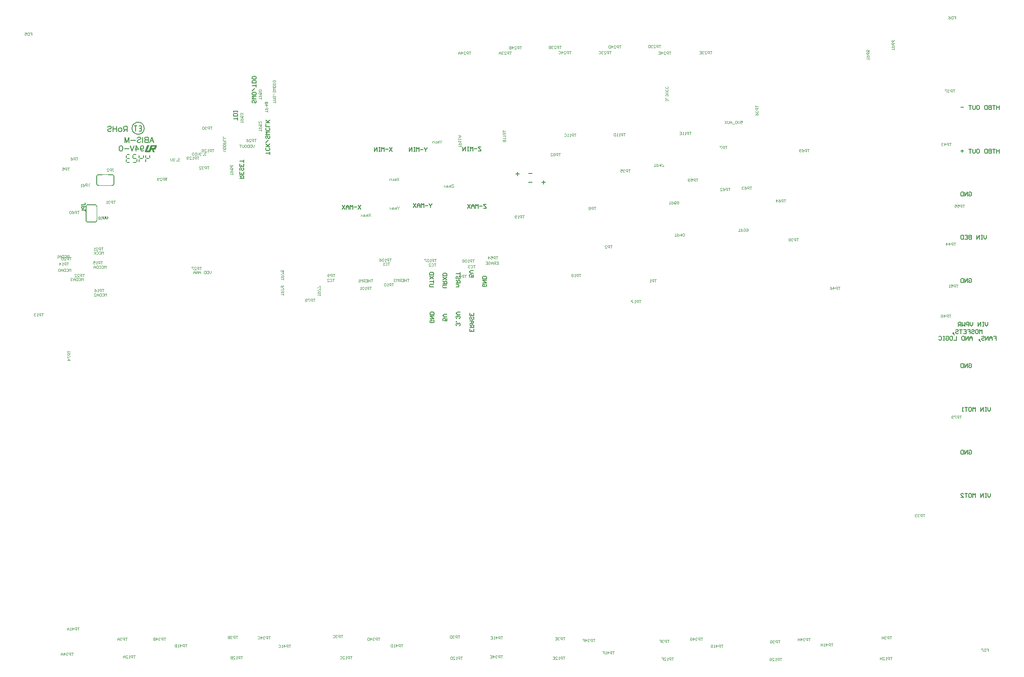
<source format=gbr>
G04 CAM350 V10.5 (Build 464) Date:  Wed Nov 01 10:35:12 2023 *
G04 Database: (Untitled) *
G04 Layer 3: gbo *
%FSLAX25Y25*%
%MOIN*%
%SFA1.000B1.000*%

%MIA0B0*%
%IPPOS*%
%ADD91C,0.00450*%
%ADD92C,0.00500*%
%ADD93C,0.00600*%
%ADD94C,0.00669*%
%ADD95C,0.00315*%
%ADD96C,0.00800*%
%ADD97C,0.00669*%
%ADD98C,0.00630*%
%LNgbo*%
%LPD*%
G36*
X54730Y404022D02*
G01X54732Y404050D01*
X54737Y404077*
G75*
G03X55192Y404011I678J3076*
G01X55413Y404003*
G03X56449Y404179I-2J3150*
G02X56513Y404022I-161J-157*
X56288Y403797I-225J0*
G01X55847*
G03X55846Y403796I0J-1*
G01Y402023*
G02X55671Y401804I-225J0*
X55396Y402023I-50J219*
G01Y403796*
G03X55395Y403797I-1J0*
G01X54955*
G02X54730Y404022I0J225*
G37*
G36*
X188427Y463261D02*
G01X188482Y463428D01*
X188527Y463598*
G02X188612Y463614I83J-209*
G01X189385*
G03X189386Y463615I0J1*
G01Y463722*
G02X189561Y463941I225J0*
X189836Y463722I50J-219*
G01Y463615*
G03X189837Y463614I1J0*
G01X190611*
G02X190836Y463389I0J-225*
X190770Y463230I-225J0*
G01X189770Y462230*
G02X189386Y462389I-159J159*
G01Y463163*
G03X189385Y463164I-1J0*
G01X188612*
G02X188427Y463261I1J227*
G37*
G36*
X188400Y465463D02*
G01X188422Y465508D01*
X188453Y465547*
X188786Y465881*
G02X188945Y465947I159J-159*
G01X189611*
X190278*
G02X190437Y465881I0J-225*
G01X190770Y465547*
G02X190836Y465388I-159J-159*
G01Y464722*
G02X190770Y464563I-225J0*
G01X190437Y464230*
G02X190278Y464164I-159J159*
G01X189945*
G02X189786Y464230I0J225*
G01X189452Y464563*
G02X189386Y464722I159J159*
G01Y465496*
G03X189385Y465497I-1J0*
G01X189039*
X189038*
Y465496*
X188837Y465295*
Y465294*
Y464816*
Y464815*
X189104Y464548*
G02X189170Y464389I-159J-159*
X188786Y464230I-225J0*
G01X188612Y464404*
Y464405*
G03X188400Y465463I-3149J-81*
G37*
G36*
X66226Y377701D02*
G01Y379367D01*
G02X66401Y379586I225J0*
X66676Y379367I50J-219*
G01Y377795*
Y377794*
X66877Y377593*
Y377592*
X66878*
X67357*
X67358*
X67558Y377793*
X67559Y377794*
Y379367*
G02X67734Y379586I225J0*
X68009Y379367I50J-219*
G01Y377701*
G02X67943Y377542I-225J0*
G01X67610Y377208*
G02X67497Y377147I-160J162*
G01X66737*
G02X66625Y377208I47J220*
G01X66292Y377542*
G02X66226Y377701I159J159*
G37*
G36*
X68225Y378034D02*
G01Y379367D01*
G02X68400Y379586I225J0*
X68675Y379367I50J-219*
G01Y378128*
Y378127*
X69116Y377686*
X69117*
X69557Y378126*
X69558Y378127*
Y378128*
Y379367*
G02X69733Y379586I225J0*
X70008Y379367I50J-219*
G01Y378034*
G02X69942Y377875I-225J0*
G01X69276Y377208*
G02X69163Y377147I-160J162*
G01X69070*
G02X68958Y377208I47J220*
G01X68291Y377875*
G02X68225Y378034I159J159*
G37*
G36*
X112961Y408446D02*
G01X112977Y408528D01*
X113059Y408632*
X113186Y408671*
X113852*
X114118*
G03X114744Y408443I1387J2835*
G02X114519Y408221I-225J3*
G01X114078*
G03X114077Y408220I0J-1*
G01Y406447*
G02X113902Y406228I-225J0*
X113627Y406447I-50J219*
G01Y408220*
G03X113626Y408221I-1J0*
G01X113186*
G02X112961Y408446J225*
G37*
G36*
X52731Y403022D02*
G01Y403689D01*
G02X52797Y403848I225J0*
G01X53130Y404181*
G02X53289Y404247I159J-159*
G01X54198*
G03X54476Y404146I1223J2934*
G01X54477*
G02X54514Y404022I-192J-125*
G01Y402689*
Y402023*
G02X54339Y401804I-225J0*
X54064Y402023I-50J219*
G01Y402463*
G03X54063Y402464I-1J0*
G01X53289*
G02X53130Y402530I0J225*
G01X52797Y402863*
G02X52731Y403022I159J159*
G37*
G36*
X464777Y315805D02*
G01X465213Y316125D01*
X465480Y316378*
X465481*
X466335*
G02X466560Y316153I0J-225*
X466335Y315928I-225J0*
G01X465228*
G03X465227Y315927I0J-1*
G01Y315913*
Y315912*
X466494Y314645*
G02X466560Y314486I-159J-159*
G01Y314153*
G02X466385Y313934I-225J0*
X466110Y314153I-50J219*
G01Y314392*
Y314393*
X466109Y314394*
X464843Y315660*
G02X464777Y315805I159J160*
G37*
G36*
X61279Y376316D02*
G01Y376549D01*
X61295Y376582*
X61345Y376736*
X61373Y376897*
X61379Y379541*
X61380Y379542*
X61578Y379548*
Y379549*
Y383886*
Y383887*
X61380Y383893*
G02X61379Y383894I0J1*
G01X61378Y386656*
G03X61279Y387088I-1145J-35*
G01Y387316*
G02X61584Y387616I300J0*
X61879Y387316I-5J-300*
G01Y376316*
G02X61574Y376016I-300J0*
X61279Y376316I5J300*
G37*
G36*
X53279D02*
G01Y387316D01*
G02X53584Y387616I300J0*
X53879Y387316I-5J-300*
G01Y387082*
X53864Y387051*
X53813Y386897*
X53785Y386736*
X53779Y383895*
G02X53778Y383894I-1J0*
G01X53734Y383888*
Y383887*
Y379548*
Y379547*
X53778Y379541*
G02X53779Y379540I0J-1*
G01X53780Y376990*
G03X53879Y376545I1142J20*
G01Y376316*
G02X53574Y376016I-300J0*
X53279Y376316I5J300*
G37*
G36*
X62212Y410816D02*
G01X62254Y410969D01*
X62363Y411077*
X62512Y411116*
X73512*
G02X73812Y410816I0J-300*
X73512Y410516I-300J0*
G01X72977*
G03X72609Y410569I-368J-1251*
G01X72533Y410567*
G03X72532Y410566I0J-1*
G01Y410564*
X72531Y410563*
X70282*
Y410564*
X70281Y410817*
Y410818*
X65939*
Y410817*
X65938Y410564*
Y410563*
X63493*
X63492Y410564*
Y410569*
G03X63491Y410570I-1J0*
G01X63401Y410573*
G03X63023Y410516I-1J-1278*
G01X62512*
G02X62212Y410816I0J300*
G37*
G36*
Y402816D02*
G01X62254Y402969D01*
X62363Y403077*
X62512Y403116*
X63037*
X63363Y403068*
X65937Y403062*
X65938Y403061*
X65939Y402972*
Y402971*
X70281*
Y402972*
X70282Y403061*
X72661Y403068*
G03X72945Y403116I-78J1328*
G01X73512*
G02X73812Y402816I0J-300*
X73512Y402516I-300J0*
G01X62512*
G02X62212Y402816I0J300*
G37*
G36*
X322365Y326017D02*
G01Y327017D01*
G02X322453Y327229I300J0*
G01X322953Y327728*
G02X323165Y327816I212J-212*
G01X325664*
G02X325964Y327516I0J-300*
X325664Y327216I-300J0*
G01X323289*
X323288Y327215*
X322965Y326893*
Y326892*
Y326142*
Y326141*
X323288Y325818*
X323289Y325817*
X323290*
X325664*
G02X325964Y325517I0J-300*
X325664Y325217I-300J0*
G01X324853*
G03X324189Y325225I-375J-3580*
G01X324099Y325217*
X323165*
G02X322953Y325305I0J300*
G01X322453Y325805*
G02X322365Y326017I212J212*
G37*
%LPC*%
G36*
X189836Y462934D02*
G01X189837D01*
X190065Y463162*
X190066*
X190065Y463163*
X189837Y463164*
G03X189836Y463163I0J-1*
G01Y462934*
G37*
G36*
Y464816D02*
G01Y464815D01*
X190037Y464615*
X190038Y464614*
X190184*
X190185*
X190385Y464814*
X190386Y464815*
Y464816*
Y465295*
X190385Y465296*
X190185Y465497*
X190184*
X189837*
G03X189836Y465496I0J-1*
G01Y464816*
G37*
G36*
X53181Y403116D02*
G01Y403115D01*
X53381Y402915*
X53382Y402914*
X53383*
X54063*
G03X54064Y402915I0J1*
G01Y403796*
G03X54063Y403797I-1J0*
G01X53383*
X53382*
X53381Y403796*
X53181Y403596*
Y403595*
Y403116*
G37*
%LPD*%
G54D97*
X95287Y447798D02*
G01X93384D01*
X95287Y443770D02*
G01X93384D01*
X95287Y445784D02*
G01X93859D01*
X95287Y447798D02*
G01Y443770D01*
X91744Y447798D02*
G01X89840D01*
X90792D02*
G01Y443770D01*
G54D98*
X96389Y448811D02*
G01X95945Y449313D01*
X95431Y449746*
X94860Y450098*
X94244Y450363*
X93595Y450534*
X92928Y450609*
X92257Y450585*
X91597Y450464*
X90962Y450247*
X90366Y449939*
X89821Y449548*
X89339Y449081*
X88931Y448548*
X88605Y447962*
X88369Y447333*
X88227Y446678*
X88182Y446008*
X88237Y445339*
X88388Y444686*
X88634Y444061*
X88968Y443479*
X89384Y442953*
X89873Y442493*
X90423Y442109*
X91024Y441810*
X91662Y441603*
X92324Y441491*
X92995Y441477*
X93661Y441562*
X94307Y441743*
X94919Y442017*
X95485Y442377*
X95992Y442817*
X96430Y443326*
X96788Y443893*
X97059Y444507*
X97237Y445154*
X97319Y445820*
X97302Y446491*
X97187Y447152*
X96976Y447789*
X96675Y448389*
X96389Y448811*
G54D91*
X363229Y345341D02*
G01X364562D01*
Y343341*
X363229*
X364562Y344341D02*
G01X363895D01*
X362562Y343341D02*
G01Y345341D01*
X361563*
X361230Y345007*
Y344341*
X361563Y344008*
X362562*
X361896D02*
G01X361230Y343341D01*
X360563D02*
G01Y344674D01*
X359897Y345341*
X359230Y344674*
Y343341*
Y344341*
X360563*
X357231Y345007D02*
G01X357564Y345341D01*
X358231*
X358564Y345007*
Y344674*
X358231Y344341*
X357564*
X357231Y344008*
Y343674*
X357564Y343341*
X358231*
X358564Y343674*
X355232Y345341D02*
G01X356564D01*
Y343341*
X355232*
X356564Y344341D02*
G01X355898D01*
X147764Y338343D02*
G01Y337010D01*
X147097Y336344*
X146431Y337010*
Y338343*
X145764D02*
G01Y336344D01*
X144765*
X144431Y336677*
Y338010*
X144765Y338343*
X145764*
X143765D02*
G01Y336344D01*
X142765*
X142432Y336677*
Y338010*
X142765Y338343*
X143765*
X139766Y336344D02*
G01Y337677D01*
X139100Y338343*
X138433Y337677*
Y336344*
Y337343*
X139766*
X137767Y336344D02*
G01Y338343D01*
X136434Y336344*
Y338343*
X135768Y336344D02*
G01Y337677D01*
X135101Y338343*
X134435Y337677*
Y336344*
Y337343*
X135768*
X492380Y466727D02*
G01X492713Y467060D01*
Y467727*
X492380Y468060*
X492047*
X491714Y467727*
Y467394*
Y467727*
X491380Y468060*
X491047*
X490714Y467727*
Y467060*
X491047Y466727*
X490714Y468727D02*
G01X491047D01*
Y469060*
X490714*
Y468727*
X492380Y470393D02*
G01X492713Y470726D01*
Y471392*
X492380Y471726*
X492047*
X491714Y471392*
Y471059*
Y471392*
X491380Y471726*
X491047*
X490714Y471392*
Y470726*
X491047Y470393*
X492713Y472392D02*
G01X491380D01*
X490714Y473059*
X491380Y473725*
X492713*
X492380Y475724D02*
G01X492713Y475391D01*
Y474725*
X492380Y474391*
X491047*
X490714Y474725*
Y475391*
X491047Y475724*
X492380Y477724D02*
G01X492713Y477390D01*
Y476724*
X492380Y476391*
X491047*
X490714Y476724*
Y477390*
X491047Y477724*
X547482Y451453D02*
G01X548815D01*
Y450453*
X548149Y450786*
X547815*
X547482Y450453*
Y449786*
X547815Y449453*
X548482*
X548815Y449786*
X546816Y451453D02*
G01Y450120D01*
X546149Y449453*
X545483Y450120*
Y451453*
X544816Y451119D02*
G01X544483Y451453D01*
X543817*
X543483Y451119*
Y449786*
X543817Y449453*
X544483*
X544816Y449786*
Y451119*
X542817Y449120D02*
G01X541484D01*
X540818Y449453D02*
G01Y450786D01*
X540151Y451453*
X539485Y450786*
Y449453*
Y450453*
X540818*
X538818Y451453D02*
G01Y449786D01*
X538485Y449453*
X537818*
X537485Y449786*
Y451453*
X536819D02*
G01X535486Y449453D01*
Y451453D02*
G01X536819Y449453D01*
X347271Y342674D02*
G01X345939D01*
X346605*
Y340674*
X343939Y342341D02*
G01X344272Y342674D01*
X344939*
X345272Y342341*
Y341008*
X344939Y340674*
X344272*
X343939Y341008*
X343273Y342341D02*
G01X342940Y342674D01*
X342273*
X341940Y342341*
Y342007*
X342273Y341674*
X342606*
X342273*
X341940Y341341*
Y341008*
X342273Y340674*
X342940*
X343273Y341008*
X282360Y344707D02*
G01X281027D01*
X281693*
Y342707*
X279028Y344373D02*
G01X279361Y344707D01*
X280027*
X280361Y344373*
Y343040*
X280027Y342707*
X279361*
X279028Y343040*
X278361Y342707D02*
G01X277695D01*
X278028*
Y344707*
X278361Y344373*
X317646Y344052D02*
G01X316313D01*
X316979*
Y342053*
X314313Y343719D02*
G01X314647Y344052D01*
X315313*
X315646Y343719*
Y342386*
X315313Y342053*
X314647*
X314313Y342386*
X312314Y342053D02*
G01X313647D01*
X312314Y343385*
Y343719*
X312647Y344052*
X313314*
X313647Y343719*
X269802Y331915D02*
G01X268469D01*
X269135*
Y329915*
X267803Y331915D02*
G01Y329915D01*
Y330915*
X266470*
Y331915*
Y329915*
X264470Y331915D02*
G01X265803D01*
Y329915*
X264470*
X265803Y330915D02*
G01X265137D01*
X263804Y329915D02*
G01Y331915D01*
X262804*
X262471Y331581*
Y330915*
X262804Y330582*
X263804*
X263137D02*
G01X262471Y329915D01*
X261804D02*
G01Y331915D01*
X261138Y331248*
X260471Y331915*
Y329915*
X259805D02*
G01X259139D01*
X259472*
Y331915*
X259805Y331581*
X240874Y332142D02*
G01X239541D01*
X240207*
Y330143*
X237542Y331809D02*
G01X237875Y332142D01*
X238541*
X238875Y331809*
Y330476*
X238541Y330143*
X237875*
X237542Y330476*
X235542Y330143D02*
G01X236875D01*
X235542Y331476*
Y331809*
X235875Y332142*
X236542*
X236875Y331809*
X297258Y332383D02*
G01X295925D01*
X296591*
Y330383*
X295258Y332383D02*
G01Y330383D01*
Y331383*
X293926*
Y332383*
Y330383*
X291926Y332383D02*
G01X293259D01*
Y330383*
X291926*
X293259Y331383D02*
G01X292593D01*
X291260Y330383D02*
G01Y332383D01*
X290260*
X289927Y332049*
Y331383*
X290260Y331050*
X291260*
X290593D02*
G01X289927Y330383D01*
X289260D02*
G01Y332383D01*
X288594Y331716*
X287928Y332383*
Y330383*
X287261Y332049D02*
G01X286928Y332383D01*
X286261*
X285928Y332049*
Y331716*
X286261Y331383*
X286595*
X286261*
X285928Y331050*
Y330716*
X286261Y330383*
X286928*
X287261Y330716*
X64452Y379034D02*
G01X64785Y379367D01*
X65451*
X65785Y379034*
Y378700*
X65451Y378367*
X64785*
X64452Y378034*
Y377701*
X64785Y377367*
X65451*
X65785Y377701*
X63785Y379367D02*
G01Y377367D01*
X62786*
X62452Y377701*
Y378034*
X62786Y378367*
X63785*
X62786*
X62452Y378700*
Y379034*
X62786Y379367*
X63785*
X66563Y351009D02*
G01Y353009D01*
X65896Y352342*
X65230Y353009*
Y351009*
X63231Y352675D02*
G01X63564Y353009D01*
X64230*
X64564Y352675*
Y351342*
X64230Y351009*
X63564*
X63231Y351342*
X61231Y352675D02*
G01X61564Y353009D01*
X62231*
X62564Y352675*
Y351342*
X62231Y351009*
X61564*
X61231Y351342*
X60565Y353009D02*
G01Y351009D01*
Y351676*
X59232Y353009*
X60232Y352009*
X59232Y351009*
X68433Y340281D02*
G01Y342280D01*
X67766Y341614*
X67100Y342280*
Y340281*
X65101Y341947D02*
G01X65434Y342280D01*
X66100*
X66434Y341947*
Y340614*
X66100Y340281*
X65434*
X65101Y340614*
X63101Y341947D02*
G01X63435Y342280D01*
X64101*
X64434Y341947*
Y340614*
X64101Y340281*
X63435*
X63101Y340614*
X62435Y342280D02*
G01Y340281D01*
X61435*
X61102Y340614*
Y341947*
X61435Y342280*
X62435*
X60435Y340281D02*
G01Y341614D01*
X59769Y342280*
X59103Y341614*
Y340281*
Y341281*
X60435*
X40382Y348155D02*
G01Y350154D01*
X39715Y349488*
X39049Y350154*
Y348155*
X37049Y349821D02*
G01X37383Y350154D01*
X38049*
X38382Y349821*
Y348488*
X38049Y348155*
X37383*
X37049Y348488*
X36383Y350154D02*
G01Y348155D01*
X35383*
X35050Y348488*
Y349821*
X35383Y350154*
X36383*
X34384Y348155D02*
G01Y349488D01*
X33717Y350154*
X33051Y349488*
Y348155*
Y349154*
X34384*
X32384Y348155D02*
G01X31718D01*
X32051*
Y350154*
X32384Y349821*
X41858Y337820D02*
G01Y339820D01*
X41192Y339153*
X40525Y339820*
Y337820*
X38526Y339486D02*
G01X38859Y339820D01*
X39526*
X39859Y339486*
Y338153*
X39526Y337820*
X38859*
X38526Y338153*
X37859Y339820D02*
G01Y337820D01*
X36860*
X36526Y338153*
Y339486*
X36860Y339820*
X37859*
X35860Y337820D02*
G01Y339153D01*
X35194Y339820*
X34527Y339153*
Y337820*
Y338820*
X35860*
X33861Y339486D02*
G01X33528Y339820D01*
X32861*
X32528Y339486*
Y338153*
X32861Y337820*
X33528*
X33861Y338153*
Y339486*
X51208Y330832D02*
G01Y332831D01*
X50542Y332165*
X49876Y332831*
Y330832*
X47876Y332498D02*
G01X48209Y332831D01*
X48876*
X49209Y332498*
Y331165*
X48876Y330832*
X48209*
X47876Y331165*
X47210Y332831D02*
G01Y330832D01*
X46210*
X45877Y331165*
Y332498*
X46210Y332831*
X47210*
X45210Y330832D02*
G01Y332165D01*
X44544Y332831*
X43878Y332165*
Y330832*
Y331832*
X45210*
X43211Y332498D02*
G01X42878Y332831D01*
X42211*
X41878Y332498*
Y332165*
X42211Y331832*
X42545*
X42211*
X41878Y331498*
Y331165*
X42211Y330832*
X42878*
X43211Y331165*
X68827Y319316D02*
G01Y321316D01*
X68160Y320649*
X67494Y321316*
Y319316*
X65494Y320982D02*
G01X65828Y321316D01*
X66494*
X66827Y320982*
Y319649*
X66494Y319316*
X65828*
X65494Y319649*
X64828Y321316D02*
G01Y319316D01*
X63828*
X63495Y319649*
Y320982*
X63828Y321316*
X64828*
X62829Y319316D02*
G01Y320649D01*
X62162Y321316*
X61496Y320649*
Y319316*
Y320316*
X62829*
X59496Y319316D02*
G01X60829D01*
X59496Y320649*
Y320982*
X59830Y321316*
X60496*
X60829Y320982*
X124106Y423029D02*
G01X123773Y423362D01*
X123106*
X122773Y423029*
Y422696*
X123106Y422362*
X123440*
X123106*
X122773Y422029*
Y421696*
X123106Y421363*
X123773*
X124106Y421696*
X122107Y421363D02*
G01Y421696D01*
X121774*
Y421363*
X122107*
X120441Y423029D02*
G01X120107Y423362D01*
X119441*
X119108Y423029*
Y422696*
X119441Y422362*
X119774*
X119441*
X119108Y422029*
Y421696*
X119441Y421363*
X120107*
X120441Y421696*
X118441Y423362D02*
G01Y422029D01*
X117775Y421363*
X117108Y422029*
Y423362*
X144291Y427163D02*
G01X143958Y427497D01*
X143292*
X142958Y427163*
Y426830*
X143292Y426497*
X143625*
X143292*
X142958Y426164*
Y425831*
X143292Y425497*
X143958*
X144291Y425831*
X142292Y425497D02*
G01Y425831D01*
X141959*
Y425497*
X142292*
X140626Y427163D02*
G01X140293Y427497D01*
X139626*
X139293Y427163*
Y426830*
X139626Y426497*
X139959*
X139626*
X139293Y426164*
Y425831*
X139626Y425497*
X140293*
X140626Y425831*
X138626Y427497D02*
G01Y426164D01*
X137960Y425497*
X137293Y426164*
Y427497*
X136627D02*
G01X135961D01*
X136294*
Y425497*
X136627*
X135961*
X133961Y427497D02*
G01X134628D01*
X134961Y427163*
Y425831*
X134628Y425497*
X133961*
X133628Y425831*
Y427163*
X133961Y427497*
X158889Y428647D02*
G01X157556D01*
X156890Y429313*
X157556Y429980*
X158889*
Y430646D02*
G01X156890D01*
Y431646*
X157223Y431979*
X158556*
X158889Y431646*
Y430646*
Y432646D02*
G01X156890D01*
Y433645*
X157223Y433979*
X158556*
X158889Y433645*
Y432646*
X156890Y434645D02*
G01X158889D01*
Y435645*
X158556Y435978*
X157889*
X157556Y435645*
Y434645*
X158889Y436644D02*
G01X156890D01*
Y437977*
X158889Y438644D02*
G01X156890D01*
Y439977*
X180570Y433471D02*
G01Y432138D01*
X179903Y431471*
X179237Y432138*
Y433471*
X178571D02*
G01Y431471D01*
X177571*
X177238Y431804*
Y433137*
X177571Y433471*
X178571*
X176571D02*
G01Y431471D01*
X175571*
X175238Y431804*
Y433137*
X175571Y433471*
X176571*
X173572D02*
G01X174239D01*
X174572Y433137*
Y431804*
X174239Y431471*
X173572*
X173239Y431804*
Y433137*
X173572Y433471*
X172572D02*
G01Y431804D01*
X172239Y431471*
X171573*
X171240Y431804*
Y433471*
X170573D02*
G01X169240D01*
X169907*
Y431471*
X330701Y403480D02*
G01X329368D01*
Y403147*
X330701Y401814*
Y401481*
X329368*
X328701D02*
G01Y402814D01*
X328368*
X328035Y402481*
Y401481*
Y402481*
X327702Y402814*
X327368Y402481*
Y401481*
X326369Y402814D02*
G01X325702D01*
X325369Y402481*
Y401481*
X326369*
X326702Y401814*
X326369Y402147*
X325369*
X324703Y402814D02*
G01X323370Y401481D01*
X324036Y402147*
X323370Y402814*
X324703Y401481*
X289890Y387064D02*
G01Y386730D01*
X289223Y386064*
X288557Y386730*
Y387064*
X289223Y386064D02*
G01Y385064D01*
X287890D02*
G01Y386397D01*
X287557*
X287224Y386064*
Y385064*
Y386064*
X286891Y386397*
X286557Y386064*
Y385064*
X285558Y386397D02*
G01X284891D01*
X284558Y386064*
Y385064*
X285558*
X285891Y385397*
X285558Y385731*
X284558*
X283892Y386397D02*
G01X282559Y385064D01*
X283225Y385731*
X282559Y386397*
X283892Y385064*
X321976Y436965D02*
G01Y436632D01*
X321310Y435966*
X320643Y436632*
Y436965*
X321310Y435966D02*
G01Y434966D01*
X319977D02*
G01Y436299D01*
X319644*
X319310Y435966*
Y434966*
Y435966*
X318977Y436299*
X318644Y435966*
Y434966*
X317978D02*
G01X317311D01*
X317644*
Y436299*
X317978*
X316311Y434966D02*
G01Y436299D01*
X315312*
X314979Y435966*
Y434966*
X268181Y381512D02*
G01X266848Y379513D01*
Y381512D02*
G01X268181Y379513D01*
X266181D02*
G01Y380846D01*
X265848*
X265515Y380512*
Y379513*
Y380512*
X265181Y380846*
X264848Y380512*
Y379513*
X263849Y380846D02*
G01X263182D01*
X262849Y380512*
Y379513*
X263849*
X264182Y379846*
X263849Y380179*
X262849*
X262182Y380846D02*
G01X260850Y379513D01*
X261516Y380179*
X260850Y380846*
X262182Y379513*
X289398Y408520D02*
G01X288065Y406521D01*
Y408520D02*
G01X289398Y406521D01*
X287398D02*
G01Y407854D01*
X287065*
X286732Y407521*
Y406521*
Y407521*
X286399Y407854*
X286065Y407521*
Y406521*
X285399D02*
G01X284732D01*
X285066*
Y407854*
X285399*
X283733Y406521D02*
G01Y407854D01*
X282733*
X282400Y407521*
Y406521*
X196464Y465155D02*
G01Y466488D01*
Y465822*
X194465*
Y467155D02*
G01X196464D01*
X195798Y467821*
X196464Y468487*
X194465*
X196131Y470487D02*
G01X196464Y470154D01*
Y469487*
X196131Y469154*
X195798*
X195464Y469487*
Y470154*
X195131Y470487*
X194798*
X194465Y470154*
Y469487*
X194798Y469154*
X194465Y471153D02*
G01X195798Y472486D01*
X196131Y474486D02*
G01X196464Y474152D01*
Y473486*
X196131Y473153*
X195798*
X195464Y473486*
Y474152*
X195131Y474486*
X194798*
X194465Y474152*
Y473486*
X194798Y473153*
X196464Y475152D02*
G01X194465D01*
X195131Y475818*
X194465Y476485*
X196464*
Y477151D02*
G01X194465D01*
Y478151*
X194798Y478484*
X196131*
X196464Y478151*
Y477151*
Y479151D02*
G01Y479817D01*
Y479484*
X194465*
Y479151*
Y479817*
X196464Y481816D02*
G01Y481150D01*
X196131Y480817*
X194798*
X194465Y481150*
Y481816*
X194798Y482150*
X196131*
X196464Y481816*
X733167Y52908D02*
G01X734500D01*
Y51909*
X733833*
X734500*
Y50909*
X732500Y52908D02*
G01Y50909D01*
X731501*
X731168Y51242*
Y52575*
X731501Y52908*
X732500*
X730501D02*
G01X729168D01*
Y52575*
X730501Y51242*
Y50909*
X708567Y530408D02*
G01X709900D01*
Y529409*
X709233*
X709900*
Y528409*
X707901Y530408D02*
G01Y528409D01*
X706901*
X706568Y528742*
Y530075*
X706901Y530408*
X707901*
X704568D02*
G01X705235Y530075D01*
X705901Y529409*
Y528742*
X705568Y528409*
X704902*
X704568Y528742*
Y529076*
X704902Y529409*
X705901*
X11111Y518342D02*
G01X12444D01*
Y517343*
X11778*
X12444*
Y516343*
X10444Y518342D02*
G01Y516343D01*
X9446*
X9113Y516676*
Y518009*
X9446Y518342*
X10444*
X7112D02*
G01X8446D01*
Y517343*
X7779Y517676*
X7446*
X7112Y517343*
Y516676*
X7446Y516343*
X8113*
X8446Y516676*
X494748Y503749D02*
G01X493415D01*
X494081*
Y501749*
X492749D02*
G01Y503749D01*
X491749*
X491416Y503415*
Y502749*
X491749Y502416*
X492749*
X489416Y501749D02*
G01X490749D01*
X489416Y503082*
Y503415*
X489750Y503749*
X490416*
X490749Y503415*
X487750Y501749D02*
G01Y503749D01*
X488750Y502749*
X487417*
X485417Y503749D02*
G01X486750D01*
Y501749*
X485417*
X486750Y502749D02*
G01X486084D01*
X457074Y508429D02*
G01X455741D01*
X456407*
Y506429*
X455075D02*
G01Y508429D01*
X454075*
X453742Y508095*
Y507429*
X454075Y507096*
X455075*
X451742Y506429D02*
G01X453075D01*
X451742Y507762*
Y508095*
X452075Y508429*
X452742*
X453075Y508095*
X450076Y506429D02*
G01Y508429D01*
X451076Y507429*
X449743*
X449076Y508429D02*
G01Y506429D01*
X448077*
X447744Y506762*
Y508095*
X448077Y508429*
X449076*
X419634Y504295D02*
G01X418301D01*
X418967*
Y502295*
X417634D02*
G01Y504295D01*
X416635*
X416302Y503961*
Y503295*
X416635Y502962*
X417634*
X414302Y502295D02*
G01X415635D01*
X414302Y503628*
Y503961*
X414635Y504295*
X415302*
X415635Y503961*
X412636Y502295D02*
G01Y504295D01*
X413636Y503295*
X412303*
X410303Y503961D02*
G01X410637Y504295D01*
X411303*
X411636Y503961*
Y502628*
X411303Y502295*
X410637*
X410303Y502628*
X382272Y507961D02*
G01X380939D01*
X381605*
Y505961*
X380273D02*
G01Y507961D01*
X379273*
X378940Y507627*
Y506961*
X379273Y506628*
X380273*
X376940Y505961D02*
G01X378273D01*
X376940Y507294*
Y507627*
X377273Y507961*
X377940*
X378273Y507627*
X375274Y505961D02*
G01Y507961D01*
X376274Y506961*
X374941*
X374274Y507961D02*
G01Y505961D01*
X373275*
X372941Y506294*
Y506628*
X373275Y506961*
X374274*
X373275*
X372941Y507294*
Y507627*
X373275Y507961*
X374274*
X343740Y503827D02*
G01X342407D01*
X343073*
Y501827*
X341740D02*
G01Y503827D01*
X340741*
X340408Y503493*
Y502827*
X340741Y502494*
X341740*
X338408Y501827D02*
G01X339741D01*
X338408Y503160*
Y503493*
X338741Y503827*
X339408*
X339741Y503493*
X336742Y501827D02*
G01Y503827D01*
X337742Y502827*
X336409*
X335742Y501827D02*
G01Y503160D01*
X335076Y503827*
X334410Y503160*
Y501827*
Y502827*
X335742*
X525792Y504139D02*
G01X524459D01*
X525125*
Y502139*
X523793D02*
G01Y504139D01*
X522793*
X522460Y503805*
Y503139*
X522793Y502806*
X523793*
X520460Y502139D02*
G01X521793D01*
X520460Y503472*
Y503805*
X520793Y504139*
X521460*
X521793Y503805*
X519794D02*
G01X519461Y504139D01*
X518794*
X518461Y503805*
Y503472*
X518794Y503139*
X519127*
X518794*
X518461Y502806*
Y502472*
X518794Y502139*
X519461*
X519794Y502472*
X516462Y504139D02*
G01X517794D01*
Y502139*
X516462*
X517794Y503139D02*
G01X517128D01*
X487182Y509053D02*
G01X485849D01*
X486515*
Y507053*
X485183D02*
G01Y509053D01*
X484183*
X483850Y508719*
Y508053*
X484183Y507720*
X485183*
X481850Y507053D02*
G01X483183D01*
X481850Y508386*
Y508719*
X482184Y509053*
X482850*
X483183Y508719*
X481184D02*
G01X480851Y509053D01*
X480184*
X479851Y508719*
Y508386*
X480184Y508053*
X480517*
X480184*
X479851Y507720*
Y507386*
X480184Y507053*
X480851*
X481184Y507386*
X479184Y509053D02*
G01Y507053D01*
X478185*
X477851Y507386*
Y508719*
X478185Y509053*
X479184*
X449976Y504217D02*
G01X448643D01*
X449309*
Y502217*
X447976D02*
G01Y504217D01*
X446977*
X446644Y503883*
Y503217*
X446977Y502884*
X447976*
X444644Y502217D02*
G01X445977D01*
X444644Y503550*
Y503883*
X444977Y504217*
X445644*
X445977Y503883*
X443978D02*
G01X443645Y504217D01*
X442978*
X442645Y503883*
Y503550*
X442978Y503217*
X443311*
X442978*
X442645Y502884*
Y502550*
X442978Y502217*
X443645*
X443978Y502550*
X440646Y503883D02*
G01X440979Y504217D01*
X441645*
X441978Y503883*
Y502550*
X441645Y502217*
X440979*
X440646Y502550*
X412146Y508273D02*
G01X410813D01*
X411479*
Y506273*
X410147D02*
G01Y508273D01*
X409147*
X408814Y507939*
Y507273*
X409147Y506940*
X410147*
X406814Y506273D02*
G01X408147D01*
X406814Y507606*
Y507939*
X407148Y508273*
X407814*
X408147Y507939*
X406148D02*
G01X405815Y508273D01*
X405148*
X404815Y507939*
Y507606*
X405148Y507273*
X405481*
X405148*
X404815Y506940*
Y506606*
X405148Y506273*
X405815*
X406148Y506606*
X404148Y508273D02*
G01Y506273D01*
X403149*
X402816Y506606*
Y506940*
X403149Y507273*
X404148*
X403149*
X402816Y507606*
Y507939*
X403149Y508273*
X404148*
X374550Y503983D02*
G01X373217D01*
X373883*
Y501983*
X372550D02*
G01Y503983D01*
X371551*
X371218Y503649*
Y502983*
X371551Y502650*
X372550*
X369218Y501983D02*
G01X370551D01*
X369218Y503316*
Y503649*
X369551Y503983*
X370218*
X370551Y503649*
X368552D02*
G01X368219Y503983D01*
X367552*
X367219Y503649*
Y503316*
X367552Y502983*
X367885*
X367552*
X367219Y502650*
Y502316*
X367552Y501983*
X368219*
X368552Y502316*
X366552Y501983D02*
G01Y503316D01*
X365886Y503983*
X365219Y503316*
Y501983*
Y502983*
X366552*
X510062Y443247D02*
G01X508729D01*
X509395*
Y441247*
X508063D02*
G01Y443247D01*
X507063*
X506730Y442913*
Y442247*
X507063Y441914*
X508063*
X506063Y441247D02*
G01X505397D01*
X505730*
Y443247*
X506063Y442913*
X504397Y441247D02*
G01X503731D01*
X504064*
Y443247*
X504397Y442913*
X501398Y443247D02*
G01X502731D01*
Y441247*
X501398*
X502731Y442247D02*
G01X502064D01*
X460480Y442379D02*
G01X459147D01*
X459813*
Y440379*
X458481D02*
G01Y442379D01*
X457481*
X457148Y442045*
Y441379*
X457481Y441046*
X458481*
X456481Y440379D02*
G01X455815D01*
X456148*
Y442379*
X456481Y442045*
X454815Y440379D02*
G01X454149D01*
X454482*
Y442379*
X454815Y442045*
X453149Y442379D02*
G01Y440379D01*
X452149*
X451816Y440712*
Y442045*
X452149Y442379*
X453149*
X422988Y441739D02*
G01X421655D01*
X422321*
Y439739*
X420988D02*
G01Y441739D01*
X419989*
X419656Y441405*
Y440739*
X419989Y440406*
X420988*
X418989Y439739D02*
G01X418323D01*
X418656*
Y441739*
X418989Y441405*
X417323Y439739D02*
G01X416657D01*
X416990*
Y441739*
X417323Y441405*
X414324D02*
G01X414657Y441739D01*
X415324*
X415657Y441405*
Y440072*
X415324Y439739*
X414657*
X414324Y440072*
X368111Y444561D02*
G01Y443228D01*
Y443895*
X370111*
Y442562D02*
G01X368111D01*
Y441562*
X368445Y441229*
X369111*
X369444Y441562*
Y442562*
X370111Y440562D02*
G01Y439896D01*
Y440229*
X368111*
X368445Y440562*
X370111Y438896D02*
G01Y438230D01*
Y438563*
X368111*
X368445Y438896*
X368111Y437230D02*
G01X370111D01*
Y436230*
X369778Y435897*
X369444*
X369111Y436230*
Y437230*
Y436230*
X368778Y435897*
X368445*
X368111Y436230*
Y437230*
X336347Y431886D02*
G01Y433219D01*
Y432552*
X334347*
Y433885D02*
G01X336347D01*
Y434885*
X336014Y435218*
X335347*
X335014Y434885*
Y433885*
X334347Y435885D02*
G01Y436551D01*
Y436218*
X336347*
X336014Y435885*
X334347Y437551D02*
G01Y438217D01*
Y437884*
X336347*
X336014Y437551*
X334347Y439217D02*
G01X335680D01*
X336347Y439883*
X335680Y440550*
X334347*
X335347*
Y439217*
X617000Y56908D02*
G01X615667D01*
X616333*
Y54909*
X615000D02*
G01Y56908D01*
X614001*
X613668Y56575*
Y55909*
X614001Y55576*
X615000*
X612002Y54909D02*
G01Y56908D01*
X613001Y55909*
X611668*
X611002Y54909D02*
G01X610335D01*
X610669*
Y56908*
X611002Y56575*
X609336Y56908D02*
G01Y54909D01*
Y55909*
X608003*
Y56908*
Y54909*
X534300Y56008D02*
G01X532967D01*
X533633*
Y54009*
X532300D02*
G01Y56008D01*
X531301*
X530968Y55675*
Y55009*
X531301Y54676*
X532300*
X529302Y54009D02*
G01Y56008D01*
X530301Y55009*
X528968*
X528302Y54009D02*
G01X527635D01*
X527969*
Y56008*
X528302Y55675*
X525303D02*
G01X525636Y56008D01*
X526302*
X526636Y55675*
Y54342*
X526302Y54009*
X525636*
X525303Y54342*
Y55009*
X525969*
X451986Y50898D02*
G01X450653D01*
X451319*
Y48899*
X449986D02*
G01Y50898D01*
X448987*
X448654Y50565*
Y49899*
X448987Y49566*
X449986*
X446987Y48899D02*
G01Y50898D01*
X447987Y49899*
X446654*
X445988Y48899D02*
G01X445321D01*
X445655*
Y50898*
X445988Y50565*
X442989Y50898D02*
G01X444322D01*
Y49899*
X443655*
X444322*
Y48899*
X367770Y62270D02*
G01X366438D01*
X367104*
Y60270*
X365771D02*
G01Y62270D01*
X364771*
X364438Y61936*
Y61270*
X364771Y60937*
X365771*
X362772Y60270D02*
G01Y62270D01*
X363772Y61270*
X362439*
X361772Y60270D02*
G01X361106D01*
X361439*
Y62270*
X361772Y61936*
X358773Y62270D02*
G01X360106D01*
Y60270*
X358773*
X360106Y61270D02*
G01X359440D01*
X292506Y56266D02*
G01X291173D01*
X291839*
Y54266*
X290506D02*
G01Y56266D01*
X289507*
X289173Y55933*
Y55266*
X289507Y54933*
X290506*
X287507Y54266D02*
G01Y56266D01*
X288507Y55266*
X287174*
X286507Y54266D02*
G01X285841D01*
X286174*
Y56266*
X286507Y55933*
X284841Y56266D02*
G01Y54266D01*
X283842*
X283508Y54600*
Y55933*
X283842Y56266*
X284841*
X207931Y55802D02*
G01X206598D01*
X207265*
Y53803*
X205932D02*
G01Y55802D01*
X204932*
X204599Y55469*
Y54802*
X204932Y54469*
X205932*
X202933Y53803D02*
G01Y55802D01*
X203932Y54802*
X202599*
X201933Y53803D02*
G01X201267D01*
X201600*
Y55802*
X201933Y55469*
X198934D02*
G01X199267Y55802D01*
X199934*
X200267Y55469*
Y54136*
X199934Y53803*
X199267*
X198934Y54136*
X129390Y56188D02*
G01X128057D01*
X128724*
Y54188*
X127391D02*
G01Y56188D01*
X126391*
X126058Y55855*
Y55188*
X126391Y54855*
X127391*
X124392Y54188D02*
G01Y56188D01*
X125391Y55188*
X124059*
X123392Y54188D02*
G01X122726D01*
X123059*
Y56188*
X123392Y55855*
X121726Y56188D02*
G01Y54188D01*
X120726*
X120393Y54522*
Y54855*
X120726Y55188*
X121726*
X120726*
X120393Y55521*
Y55855*
X120726Y56188*
X121726*
X48128Y68902D02*
G01X46795D01*
X47461*
Y66902*
X46128D02*
G01Y68902D01*
X45128*
X44795Y68569*
Y67902*
X45128Y67569*
X46128*
X43129Y66902D02*
G01Y68902D01*
X44129Y67902*
X42796*
X42130Y66902D02*
G01X41463D01*
X41796*
Y68902*
X42130Y68569*
X40463Y66902D02*
G01Y68235D01*
X39797Y68902*
X39130Y68235*
Y66902*
Y67902*
X40463*
X600300Y60808D02*
G01X598967D01*
X599633*
Y58809*
X598301D02*
G01Y60808D01*
X597301*
X596968Y60475*
Y59809*
X597301Y59476*
X598301*
X596301Y60475D02*
G01X595968Y60808D01*
X595301*
X594968Y60475*
Y60142*
X595301Y59809*
X595635*
X595301*
X594968Y59476*
Y59142*
X595301Y58809*
X595968*
X596301Y59142*
X593302Y58809D02*
G01Y60808D01*
X594302Y59809*
X592969*
X592302Y60808D02*
G01Y58809D01*
Y59809*
X590969*
Y60808*
Y58809*
X518900Y61108D02*
G01X517567D01*
X518233*
Y59109*
X516901D02*
G01Y61108D01*
X515901*
X515568Y60775*
Y60109*
X515901Y59776*
X516901*
X514901Y60775D02*
G01X514568Y61108D01*
X513901*
X513568Y60775*
Y60442*
X513901Y60109*
X514235*
X513901*
X513568Y59776*
Y59442*
X513901Y59109*
X514568*
X514901Y59442*
X511902Y59109D02*
G01Y61108D01*
X512902Y60109*
X511569*
X509570Y60775D02*
G01X509903Y61108D01*
X510569*
X510902Y60775*
Y59442*
X510569Y59109*
X509903*
X509570Y59442*
Y60109*
X510236*
X437400Y60308D02*
G01X436067D01*
X436733*
Y58309*
X435400D02*
G01Y60308D01*
X434401*
X434068Y59975*
Y59309*
X434401Y58976*
X435400*
X433401Y59975D02*
G01X433068Y60308D01*
X432402*
X432068Y59975*
Y59642*
X432402Y59309*
X432735*
X432402*
X432068Y58976*
Y58642*
X432402Y58309*
X433068*
X433401Y58642*
X430402Y58309D02*
G01Y60308D01*
X431402Y59309*
X430069*
X428069Y60308D02*
G01X429402D01*
Y59309*
X428736*
X429402*
Y58309*
X367752Y48044D02*
G01X366419D01*
X367085*
Y46044*
X365752D02*
G01Y48044D01*
X364753*
X364419Y47710*
Y47044*
X364753Y46711*
X365752*
X363753Y47710D02*
G01X363420Y48044D01*
X362753*
X362420Y47710*
Y47377*
X362753Y47044*
X363086*
X362753*
X362420Y46711*
Y46377*
X362753Y46044*
X363420*
X363753Y46377*
X360754Y46044D02*
G01Y48044D01*
X361753Y47044*
X360421*
X358421Y48044D02*
G01X359754D01*
Y46044*
X358421*
X359754Y47044D02*
G01X359088D01*
X275207Y61384D02*
G01X273874D01*
X274540*
Y59385*
X273207D02*
G01Y61384D01*
X272208*
X271874Y61051*
Y60384*
X272208Y60051*
X273207*
X271208Y61051D02*
G01X270875Y61384D01*
X270208*
X269875Y61051*
Y60717*
X270208Y60384*
X270542*
X270208*
X269875Y60051*
Y59718*
X270208Y59385*
X270875*
X271208Y59718*
X268209Y59385D02*
G01Y61384D01*
X269209Y60384*
X267876*
X267209Y61384D02*
G01Y59385D01*
X266210*
X265876Y59718*
Y61051*
X266210Y61384*
X267209*
X192390Y62168D02*
G01X191057D01*
X191724*
Y60169*
X190391D02*
G01Y62168D01*
X189391*
X189058Y61835*
Y61168*
X189391Y60835*
X190391*
X188391Y61835D02*
G01X188058Y62168D01*
X187392*
X187059Y61835*
Y61502*
X187392Y61168*
X187725*
X187392*
X187059Y60835*
Y60502*
X187392Y60169*
X188058*
X188391Y60502*
X185392Y60169D02*
G01Y62168D01*
X186392Y61168*
X185059*
X183060Y61835D02*
G01X183393Y62168D01*
X184060*
X184393Y61835*
Y60502*
X184060Y60169*
X183393*
X183060Y60502*
X113403Y61072D02*
G01X112070D01*
X112737*
Y59073*
X111404D02*
G01Y61072D01*
X110404*
X110071Y60739*
Y60072*
X110404Y59739*
X111404*
X109405Y60739D02*
G01X109071Y61072D01*
X108405*
X108072Y60739*
Y60405*
X108405Y60072*
X108738*
X108405*
X108072Y59739*
Y59406*
X108405Y59073*
X109071*
X109405Y59406*
X106406Y59073D02*
G01Y61072D01*
X107405Y60072*
X106072*
X105406Y61072D02*
G01Y59073D01*
X104406*
X104073Y59406*
Y59739*
X104406Y60072*
X105406*
X104406*
X104073Y60405*
Y60739*
X104406Y61072*
X105406*
X43663Y49762D02*
G01X42330D01*
X42996*
Y47763*
X41663D02*
G01Y49762D01*
X40664*
X40330Y49429*
Y48762*
X40664Y48429*
X41663*
X39664Y49429D02*
G01X39331Y49762D01*
X38664*
X38331Y49429*
Y49095*
X38664Y48762*
X38998*
X38664*
X38331Y48429*
Y48096*
X38664Y47763*
X39331*
X39664Y48096*
X36665Y47763D02*
G01Y49762D01*
X37665Y48762*
X36332*
X35665Y47763D02*
G01Y49095D01*
X34999Y49762*
X34332Y49095*
Y47763*
Y48762*
X35665*
X661641Y62086D02*
G01X660308D01*
X660975*
Y60087*
X659642D02*
G01Y62086D01*
X658642*
X658309Y61753*
Y61086*
X658642Y60753*
X659642*
X657642Y61753D02*
G01X657309Y62086D01*
X656643*
X656309Y61753*
Y61419*
X656643Y61086*
X656976*
X656643*
X656309Y60753*
Y60420*
X656643Y60087*
X657309*
X657642Y60420*
X655643Y62086D02*
G01Y60087D01*
Y61086*
X654310*
Y62086*
Y60087*
X577167Y59122D02*
G01X575834D01*
X576501*
Y57122*
X575168D02*
G01Y59122D01*
X574168*
X573835Y58789*
Y58122*
X574168Y57789*
X575168*
X573168Y58789D02*
G01X572835Y59122D01*
X572169*
X571836Y58789*
Y58455*
X572169Y58122*
X572502*
X572169*
X571836Y57789*
Y57456*
X572169Y57122*
X572835*
X573168Y57456*
X569836Y58789D02*
G01X570169Y59122D01*
X570836*
X571169Y58789*
Y57456*
X570836Y57122*
X570169*
X569836Y57456*
Y58122*
X570502*
X493317Y59512D02*
G01X491984D01*
X492651*
Y57512*
X491318D02*
G01Y59512D01*
X490318*
X489985Y59179*
Y58512*
X490318Y58179*
X491318*
X489318Y59179D02*
G01X488985Y59512D01*
X488319*
X487985Y59179*
Y58845*
X488319Y58512*
X488652*
X488319*
X487985Y58179*
Y57846*
X488319Y57512*
X488985*
X489318Y57846*
X485986Y59512D02*
G01X487319D01*
Y58512*
X486652*
X487319*
Y57512*
X414727Y61460D02*
G01X413394D01*
X414060*
Y59460*
X412727D02*
G01Y61460D01*
X411728*
X411394Y61126*
Y60460*
X411728Y60127*
X412727*
X410728Y61126D02*
G01X410395Y61460D01*
X409728*
X409395Y61126*
Y60793*
X409728Y60460*
X410062*
X409728*
X409395Y60127*
Y59793*
X409728Y59460*
X410395*
X410728Y59793*
X407396Y61460D02*
G01X408729D01*
Y59460*
X407396*
X408729Y60460D02*
G01X408062D01*
X335428Y62866D02*
G01X334095D01*
X334761*
Y60866*
X333428D02*
G01Y62866D01*
X332429*
X332096Y62533*
Y61866*
X332429Y61533*
X333428*
X331429Y62533D02*
G01X331096Y62866D01*
X330429*
X330096Y62533*
Y62199*
X330429Y61866*
X330763*
X330429*
X330096Y61533*
Y61200*
X330429Y60866*
X331096*
X331429Y61200*
X329430Y62866D02*
G01Y60866D01*
X328430*
X328097Y61200*
Y62533*
X328430Y62866*
X329430*
X247031Y63260D02*
G01X245698D01*
X246365*
Y61261*
X245032D02*
G01Y63260D01*
X244032*
X243699Y62927*
Y62260*
X244032Y61927*
X245032*
X243033Y62927D02*
G01X242699Y63260D01*
X242033*
X241700Y62927*
Y62594*
X242033Y62260*
X242366*
X242033*
X241700Y61927*
Y61594*
X242033Y61261*
X242699*
X243033Y61594*
X239700Y62927D02*
G01X240034Y63260D01*
X240700*
X241033Y62927*
Y61594*
X240700Y61261*
X240034*
X239700Y61594*
X167710Y62632D02*
G01X166377D01*
X167044*
Y60633*
X165711D02*
G01Y62632D01*
X164711*
X164378Y62299*
Y61632*
X164711Y61299*
X165711*
X163712Y62299D02*
G01X163378Y62632D01*
X162712*
X162379Y62299*
Y61965*
X162712Y61632*
X163045*
X162712*
X162379Y61299*
Y60966*
X162712Y60633*
X163378*
X163712Y60966*
X161712Y62632D02*
G01Y60633D01*
X160713*
X160380Y60966*
Y61299*
X160713Y61632*
X161712*
X160713*
X160380Y61965*
Y62299*
X160713Y62632*
X161712*
X84476Y61384D02*
G01X83143D01*
X83809*
Y59385*
X82476D02*
G01Y61384D01*
X81477*
X81144Y61051*
Y60384*
X81477Y60051*
X82476*
X80477Y61051D02*
G01X80144Y61384D01*
X79477*
X79144Y61051*
Y60717*
X79477Y60384*
X79811*
X79477*
X79144Y60051*
Y59718*
X79477Y59385*
X80144*
X80477Y59718*
X78478Y59385D02*
G01Y60717D01*
X77811Y61384*
X77145Y60717*
Y59385*
Y60384*
X78478*
X686634Y154621D02*
G01X685301D01*
X685967*
Y152621*
X684635D02*
G01Y154621D01*
X683635*
X683302Y154287*
Y153621*
X683635Y153288*
X684635*
X682635Y154287D02*
G01X682302Y154621D01*
X681636*
X681302Y154287*
Y153954*
X681636Y153621*
X681969*
X681636*
X681302Y153288*
Y152954*
X681636Y152621*
X682302*
X682635Y152954*
X680636Y154287D02*
G01X680303Y154621D01*
X679636*
X679303Y154287*
Y153954*
X679636Y153621*
X679969*
X679636*
X679303Y153288*
Y152954*
X679636Y152621*
X680303*
X680636Y152954*
X711421Y327809D02*
G01X710089D01*
X710755*
Y325810*
X709422D02*
G01Y327809D01*
X708422*
X708089Y327476*
Y326810*
X708422Y326476*
X709422*
X706090Y327809D02*
G01X707423D01*
Y326810*
X706756Y327143*
X706423*
X706090Y326810*
Y326143*
X706423Y325810*
X707089*
X707423Y326143*
X705423Y325810D02*
G01X704757D01*
X705090*
Y327809*
X705423Y327476*
X661795Y46514D02*
G01X660462D01*
X661128*
Y44515*
X659795D02*
G01Y46514D01*
X658796*
X658462Y46181*
Y45514*
X658796Y45181*
X659795*
X657796Y44515D02*
G01X657129D01*
X657463*
Y46514*
X657796Y46181*
X654797Y44515D02*
G01X656130D01*
X654797Y45848*
Y46181*
X655130Y46514*
X655796*
X656130Y46181*
X654130Y46514D02*
G01Y44515D01*
Y45514*
X652798*
Y46514*
Y44515*
X578413Y45968D02*
G01X577080D01*
X577746*
Y43969*
X576413D02*
G01Y45968D01*
X575413*
X575080Y45635*
Y44968*
X575413Y44635*
X576413*
X574414Y43969D02*
G01X573747D01*
X574081*
Y45968*
X574414Y45635*
X571415Y43969D02*
G01X572748D01*
X571415Y45302*
Y45635*
X571748Y45968*
X572415*
X572748Y45635*
X569415D02*
G01X569749Y45968D01*
X570415*
X570748Y45635*
Y44302*
X570415Y43969*
X569749*
X569415Y44302*
Y44968*
X570082*
X496747Y46358D02*
G01X495414D01*
X496080*
Y44359*
X494747D02*
G01Y46358D01*
X493747*
X493414Y46025*
Y45359*
X493747Y45025*
X494747*
X492748Y44359D02*
G01X492081D01*
X492415*
Y46358*
X492748Y46025*
X489749Y44359D02*
G01X491082D01*
X489749Y45692*
Y46025*
X490082Y46358*
X490749*
X491082Y46025*
X487749Y46358D02*
G01X489082D01*
Y45359*
X488416*
X489082*
Y44359*
X414802Y47058D02*
G01X413469D01*
X414136*
Y45059*
X412803D02*
G01Y47058D01*
X411803*
X411470Y46725*
Y46058*
X411803Y45725*
X412803*
X410803Y45059D02*
G01X410137D01*
X410470*
Y47058*
X410803Y46725*
X407804Y45059D02*
G01X409137D01*
X407804Y46391*
Y46725*
X408138Y47058*
X408804*
X409137Y46725*
X405805Y47058D02*
G01X407138D01*
Y45059*
X405805*
X407138Y46058D02*
G01X406471D01*
X337609Y46748D02*
G01X336276D01*
X336943*
Y44749*
X335610D02*
G01Y46748D01*
X334610*
X334277Y46415*
Y45749*
X334610Y45415*
X335610*
X333610Y44749D02*
G01X332944D01*
X333277*
Y46748*
X333610Y46415*
X330611Y44749D02*
G01X331944D01*
X330611Y46082*
Y46415*
X330945Y46748*
X331611*
X331944Y46415*
X329945Y46748D02*
G01Y44749D01*
X328945*
X328612Y45082*
Y46415*
X328945Y46748*
X329945*
X254049Y47220D02*
G01X252716D01*
X253382*
Y45221*
X252049D02*
G01Y47220D01*
X251050*
X250716Y46887*
Y46221*
X251050Y45887*
X252049*
X250050Y45221D02*
G01X249384D01*
X249717*
Y47220*
X250050Y46887*
X247051Y45221D02*
G01X248384D01*
X247051Y46554*
Y46887*
X247384Y47220*
X248051*
X248384Y46887*
X245052D02*
G01X245385Y47220D01*
X246051*
X246385Y46887*
Y45554*
X246051Y45221*
X245385*
X245052Y45554*
X171530Y47138D02*
G01X170197D01*
X170863*
Y45139*
X169531D02*
G01Y47138D01*
X168531*
X168198Y46805*
Y46139*
X168531Y45805*
X169531*
X167531Y45139D02*
G01X166865D01*
X167198*
Y47138*
X167531Y46805*
X164532Y45139D02*
G01X165865D01*
X164532Y46472*
Y46805*
X164865Y47138*
X165532*
X165865Y46805*
X163866Y47138D02*
G01Y45139D01*
X162866*
X162533Y45472*
Y45805*
X162866Y46139*
X163866*
X162866*
X162533Y46472*
Y46805*
X162866Y47138*
X163866*
X90557Y47840D02*
G01X89224D01*
X89891*
Y45841*
X88558D02*
G01Y47840D01*
X87558*
X87225Y47507*
Y46841*
X87558Y46507*
X88558*
X86559Y45841D02*
G01X85892D01*
X86225*
Y47840*
X86559Y47507*
X83560Y45841D02*
G01X84892D01*
X83560Y47174*
Y47507*
X83893Y47840*
X84559*
X84892Y47507*
X82893Y45841D02*
G01Y47174D01*
X82227Y47840*
X81560Y47174*
Y45841*
Y46841*
X82893*
X411528Y427309D02*
G01X410195D01*
X410861*
Y425309*
X409528D02*
G01Y427309D01*
X408529*
X408196Y426975*
Y426309*
X408529Y425976*
X409528*
X407529Y426975D02*
G01X407196Y427309D01*
X406529*
X406196Y426975*
Y426642*
X406529Y426309*
X406196Y425976*
Y425642*
X406529Y425309*
X407196*
X407529Y425642*
Y425976*
X407196Y426309*
X407529Y426642*
Y426975*
X407196Y426309D02*
G01X406529D01*
X404197Y425309D02*
G01X405530D01*
X404197Y426642*
Y426975*
X404530Y427309*
X405197*
X405530Y426975*
X384150Y380197D02*
G01X382817D01*
X383483*
Y378197*
X382151D02*
G01Y380197D01*
X381151*
X380818Y379863*
Y379197*
X381151Y378864*
X382151*
X380151Y378197D02*
G01X379485D01*
X379818*
Y380197*
X380151Y379863*
X378485Y378530D02*
G01X378152Y378197D01*
X377485*
X377152Y378530*
Y379863*
X377485Y380197*
X378152*
X378485Y379863*
Y379530*
X378152Y379197*
X377152*
X426900Y335953D02*
G01X425567D01*
X426233*
Y333953*
X424900D02*
G01Y335953D01*
X423901*
X423568Y335619*
Y334953*
X423901Y334620*
X424900*
X422901Y333953D02*
G01X422235D01*
X422568*
Y335953*
X422901Y335619*
X421235D02*
G01X420902Y335953D01*
X420235*
X419902Y335619*
Y335286*
X420235Y334953*
X419902Y334620*
Y334286*
X420235Y333953*
X420902*
X421235Y334286*
Y334620*
X420902Y334953*
X421235Y335286*
Y335619*
X420902Y334953D02*
G01X420235D01*
X472000Y316153D02*
G01X470667D01*
X471333*
Y314153*
X470000D02*
G01Y316153D01*
X469001*
X468668Y315819*
Y315153*
X469001Y314820*
X470000*
X468001Y314153D02*
G01X467335D01*
X467668*
Y316153*
X468001Y315819*
X438300Y386453D02*
G01X436967D01*
X437633*
Y384453*
X436301D02*
G01Y386453D01*
X435301*
X434968Y386119*
Y385453*
X435301Y385120*
X436301*
X434301Y386119D02*
G01X433968Y386453D01*
X433301*
X432968Y386119*
Y385786*
X433301Y385453*
X432968Y385120*
Y384786*
X433301Y384453*
X433968*
X434301Y384786*
Y385120*
X433968Y385453*
X434301Y385786*
Y386119*
X433968Y385453D02*
G01X433301D01*
X450500Y357453D02*
G01X449167D01*
X449833*
Y355453*
X448501D02*
G01Y357453D01*
X447501*
X447168Y357119*
Y356453*
X447501Y356120*
X448501*
X445168Y355453D02*
G01X446501D01*
X445168Y356786*
Y357119*
X445501Y357453*
X446168*
X446501Y357119*
X483800Y331953D02*
G01X482467D01*
X483133*
Y329953*
X481800D02*
G01Y331953D01*
X480801*
X480468Y331619*
Y330953*
X480801Y330620*
X481800*
X479801Y329953D02*
G01X479135D01*
X479468*
Y331953*
X479801Y331619*
X537127Y432677D02*
G01X535794D01*
X536461*
Y430678*
X535128D02*
G01Y432677D01*
X534128*
X533795Y432344*
Y431677*
X534128Y431344*
X535128*
X533129Y432677D02*
G01X531796D01*
Y432344*
X533129Y431011*
Y430678*
X47200Y423953D02*
G01X45867D01*
X46533*
Y421953*
X45200D02*
G01Y423953D01*
X44201*
X43868Y423619*
Y422953*
X44201Y422620*
X45200*
X41868Y423953D02*
G01X42535Y423619D01*
X43201Y422953*
Y422286*
X42868Y421953*
X42202*
X41868Y422286*
Y422620*
X42202Y422953*
X43201*
X40900Y416153D02*
G01X39567D01*
X40233*
Y414153*
X38901D02*
G01Y416153D01*
X37901*
X37568Y415819*
Y415153*
X37901Y414820*
X38901*
X35568Y416153D02*
G01X36901D01*
Y415153*
X36235Y415486*
X35902*
X35568Y415153*
Y414486*
X35902Y414153*
X36568*
X36901Y414486*
X599114Y430298D02*
G01X597781D01*
X598447*
Y428298*
X597114D02*
G01Y430298D01*
X596115*
X595782Y429964*
Y429298*
X596115Y428965*
X597114*
X593782Y430298D02*
G01X594449Y429964D01*
X595115Y429298*
Y428631*
X594782Y428298*
X594115*
X593782Y428631*
Y428965*
X594115Y429298*
X595115*
X593116Y428631D02*
G01X592782Y428298D01*
X592116*
X591783Y428631*
Y429964*
X592116Y430298*
X592782*
X593116Y429964*
Y429631*
X592782Y429298*
X591783*
X340625Y335226D02*
G01X339292D01*
X339959*
Y333226*
X338626D02*
G01Y335226D01*
X337626*
X337293Y334893*
Y334226*
X337626Y333893*
X338626*
X335627Y333226D02*
G01Y335226D01*
X336626Y334226*
X335293*
X285405Y328839D02*
G01X284072D01*
X284738*
Y326839*
X283405D02*
G01Y328839D01*
X282406*
X282073Y328506*
Y327839*
X282406Y327506*
X283405*
X281406Y326839D02*
G01X280740D01*
X281073*
Y328839*
X281406Y328506*
X279740D02*
G01X279407Y328839D01*
X278740*
X278407Y328506*
Y327173*
X278740Y326839*
X279407*
X279740Y327173*
Y328506*
X241071Y335882D02*
G01X239738D01*
X240404*
Y333883*
X239071D02*
G01Y335882D01*
X238072*
X237738Y335549*
Y334883*
X238072Y334550*
X239071*
X237072Y334216D02*
G01X236739Y333883D01*
X236072*
X235739Y334216*
Y335549*
X236072Y335882*
X236739*
X237072Y335549*
Y335216*
X236739Y334883*
X235739*
X706353Y434815D02*
G01X705020D01*
X705687*
Y432816*
X704354D02*
G01Y434815D01*
X703354*
X703021Y434482*
Y433815*
X703354Y433482*
X704354*
X701355Y432816D02*
G01Y434815D01*
X702355Y433815*
X701022*
X700355Y434482D02*
G01X700022Y434815D01*
X699355*
X699022Y434482*
Y434149*
X699355Y433815*
X699689*
X699355*
X699022Y433482*
Y433149*
X699355Y432816*
X700022*
X700355Y433149*
X706065Y305289D02*
G01X704732D01*
X705398*
Y303289*
X704066D02*
G01Y305289D01*
X703066*
X702733Y304955*
Y304289*
X703066Y303956*
X704066*
X701067Y303289D02*
G01Y305289D01*
X702066Y304289*
X700733*
X700067Y304955D02*
G01X699734Y305289D01*
X699067*
X698734Y304955*
Y304622*
X699067Y304289*
X698734Y303956*
Y303622*
X699067Y303289*
X699734*
X700067Y303622*
Y303956*
X699734Y304289*
X700067Y304622*
Y304955*
X699734Y304289D02*
G01X699067D01*
X709800Y359605D02*
G01X708467D01*
X709133*
Y357605*
X707800D02*
G01Y359605D01*
X706801*
X706468Y359271*
Y358605*
X706801Y358272*
X707800*
X704802Y357605D02*
G01Y359605D01*
X705801Y358605*
X704468*
X702802Y357605D02*
G01Y359605D01*
X703802Y358605*
X702469*
X48245Y383468D02*
G01X46912D01*
X47578*
Y381469*
X46246D02*
G01Y383468D01*
X45246*
X44913Y383135*
Y382469*
X45246Y382135*
X46246*
X42913Y383468D02*
G01X43580Y383135D01*
X44246Y382469*
Y381802*
X43913Y381469*
X43247*
X42913Y381802*
Y382135*
X43247Y382469*
X44246*
X42247Y383135D02*
G01X41914Y383468D01*
X41247*
X40914Y383135*
Y381802*
X41247Y381469*
X41914*
X42247Y381802*
Y383135*
X50956Y404022D02*
G01X51623Y403689D01*
X52289Y403022*
Y402356*
X51956Y402023*
X51290*
X50956Y402356*
Y402689*
X51290Y403022*
X52289*
X50290Y402023D02*
G01X49623D01*
X49957*
Y404022*
X50290Y403689*
X714168Y228955D02*
G01X712835D01*
X713501*
Y226955*
X712168D02*
G01Y228955D01*
X711169*
X710836Y228621*
Y227955*
X711169Y227622*
X712168*
X710169Y228955D02*
G01X708836D01*
Y228621*
X710169Y227288*
Y226955*
X708170Y227288D02*
G01X707837Y226955D01*
X707170*
X706837Y227288*
Y228621*
X707170Y228955*
X707837*
X708170Y228621*
Y228288*
X707837Y227955*
X706837*
X622598Y326168D02*
G01X621265D01*
X621931*
Y324169*
X620599D02*
G01Y326168D01*
X619599*
X619266Y325835*
Y325169*
X619599Y324835*
X620599*
X617599Y324169D02*
G01Y326168D01*
X618599Y325169*
X617266*
X615267Y326168D02*
G01X615933Y325835D01*
X616600Y325169*
Y324502*
X616267Y324169*
X615600*
X615267Y324502*
Y324835*
X615600Y325169*
X616600*
X482105Y417362D02*
G01X483438D01*
X482772*
Y419361*
X484105D02*
G01Y417362D01*
X485105*
X485438Y417695*
Y418362*
X485105Y418695*
X484105*
X487104Y419361D02*
G01Y417362D01*
X486104Y418362*
X487437*
X488104Y417362D02*
G01X489436D01*
Y417695*
X488104Y419028*
Y419361*
X558945Y463092D02*
G01Y461759D01*
Y462426*
X560945*
Y461093D02*
G01X558945D01*
Y460093*
X559279Y459760*
X559945*
X560278Y460093*
Y461093*
X559279Y459093D02*
G01X558945Y458760D01*
Y458094*
X559279Y457761*
X559612*
X559945Y458094*
Y458427*
Y458094*
X560278Y457761*
X560611*
X560945Y458094*
Y458760*
X560611Y459093*
X558945Y455761D02*
G01X559279Y456428D01*
X559945Y457094*
X560611*
X560945Y456761*
Y456094*
X560611Y455761*
X560278*
X559945Y456094*
Y457094*
X226096Y317079D02*
G01X224763D01*
X225429*
Y315080*
X224096D02*
G01Y317079D01*
X223097*
X222763Y316746*
Y316080*
X223097Y315746*
X224096*
X222097Y317079D02*
G01X220764D01*
Y316746*
X222097Y315413*
Y315080*
X220098Y316746D02*
G01X219765Y317079D01*
X219098*
X218765Y316746*
Y316413*
X219098Y316080*
X218765Y315746*
Y315413*
X219098Y315080*
X219765*
X220098Y315413*
Y315746*
X219765Y316080*
X220098Y316413*
Y316746*
X219765Y316080D02*
G01X219098D01*
X39589Y278016D02*
G01Y276683D01*
Y277350*
X41589*
Y276017D02*
G01X39589D01*
Y275017*
X39923Y274684*
X40589*
X40922Y275017*
Y276017*
X39589Y274017D02*
G01Y272684D01*
X39923*
X41256Y274017*
X41589*
Y271018D02*
G01X39589D01*
X40589Y272018*
Y270685*
X202586Y331707D02*
G01Y333040D01*
Y332374*
X200587*
Y333707D02*
G01X202586D01*
Y334707*
X202253Y335040*
X201586*
X201253Y334707*
Y333707*
X202586Y335706D02*
G01Y337039D01*
X202253*
X200920Y335706*
X200587*
X202586Y339039D02*
G01Y337706D01*
X201586*
X201920Y338372*
Y338705*
X201586Y339039*
X200920*
X200587Y338705*
Y338039*
X200920Y337706*
X202401Y319949D02*
G01Y321282D01*
Y320615*
X200401*
Y321948D02*
G01X202401D01*
Y322948*
X202068Y323281*
X201401*
X201068Y322948*
Y321948*
X202401Y323948D02*
G01Y325281D01*
X202068*
X200735Y323948*
X200401*
X202401Y327280D02*
G01X202068Y326613D01*
X201401Y325947*
X200735*
X200401Y326280*
Y326947*
X200735Y327280*
X201068*
X201401Y326947*
Y325947*
X230069Y319546D02*
G01Y320879D01*
Y320213*
X228070*
Y321546D02*
G01X230069D01*
Y322545*
X229736Y322878*
X229069*
X228736Y322545*
Y321546*
X230069Y323545D02*
G01Y324878D01*
X229736*
X228403Y323545*
X228070*
X230069Y325544D02*
G01Y326877D01*
X229736*
X228403Y325544*
X228070*
X497883Y364473D02*
G01X499216D01*
X498549*
Y366473*
X499882D02*
G01Y364473D01*
X500882*
X501215Y364806*
Y365473*
X500882Y365806*
X499882*
X502881Y366473D02*
G01Y364473D01*
X501881Y365473*
X503214*
X503881Y364806D02*
G01X504214Y364473D01*
X504880*
X505214Y364806*
Y366139*
X504880Y366473*
X504214*
X503881Y366139*
Y364806*
X545914Y368102D02*
G01X547247D01*
X546581*
Y370101*
X547914D02*
G01Y368102D01*
X548913*
X549247Y368435*
Y369101*
X548913Y369435*
X547914*
X549913Y368435D02*
G01X550246Y368102D01*
X550913*
X551246Y368435*
Y368768*
X550913Y369101*
X550580*
X550913*
X551246Y369435*
Y369768*
X550913Y370101*
X550246*
X549913Y369768*
X551912D02*
G01X552246Y370101D01*
X552912*
X553245Y369768*
Y368435*
X552912Y368102*
X552246*
X551912Y368435*
Y368768*
X552246Y369101*
X553245*
X591006Y362881D02*
G01X589673D01*
X590339*
Y360881*
X589007D02*
G01Y362881D01*
X588007*
X587674Y362547*
Y361881*
X588007Y361548*
X589007*
X587007Y362547D02*
G01X586674Y362881D01*
X586008*
X585674Y362547*
Y362214*
X586008Y361881*
X586341*
X586008*
X585674Y361548*
Y361214*
X586008Y360881*
X586674*
X587007Y361214*
X585008Y362547D02*
G01X584675Y362881D01*
X584008*
X583675Y362547*
Y362214*
X584008Y361881*
X583675Y361548*
Y361214*
X584008Y360881*
X584675*
X585008Y361214*
Y361548*
X584675Y361881*
X585008Y362214*
Y362547*
X584675Y361881D02*
G01X584008D01*
X709176Y475201D02*
G01X707843D01*
X708509*
Y473201*
X707177D02*
G01Y475201D01*
X706177*
X705844Y474867*
Y474201*
X706177Y473868*
X707177*
X705177Y474867D02*
G01X704844Y475201D01*
X704178*
X703844Y474867*
Y474534*
X704178Y474201*
X704511*
X704178*
X703844Y473868*
Y473534*
X704178Y473201*
X704844*
X705177Y473534*
X703178Y475201D02*
G01X701845D01*
Y474867*
X703178Y473534*
Y473201*
X716586Y388075D02*
G01X715253D01*
X715919*
Y386075*
X714586D02*
G01Y388075D01*
X713587*
X713254Y387741*
Y387075*
X713587Y386742*
X714586*
X711254Y388075D02*
G01X712587D01*
Y387075*
X711921Y387408*
X711588*
X711254Y387075*
Y386408*
X711588Y386075*
X712254*
X712587Y386408*
X709255Y388075D02*
G01X710588D01*
Y387075*
X709921Y387408*
X709588*
X709255Y387075*
Y386408*
X709588Y386075*
X710255*
X710588Y386408*
X268788Y326377D02*
G01X267455D01*
X268121*
Y324377*
X266789D02*
G01Y326377D01*
X265789*
X265456Y326043*
Y325377*
X265789Y325044*
X266789*
X264789Y324377D02*
G01X264123D01*
X264456*
Y326377*
X264789Y326043*
X263123D02*
G01X262790Y326377D01*
X262123*
X261790Y326043*
Y324710*
X262123Y324377*
X262790*
X263123Y324710*
Y326043*
X261124Y324377D02*
G01X260457D01*
X260790*
Y326377*
X261124Y326043*
X364026Y349075D02*
G01X362693D01*
X363359*
Y347075*
X362027D02*
G01Y349075D01*
X361027*
X360694Y348741*
Y348075*
X361027Y347742*
X362027*
X358694Y349075D02*
G01X360027D01*
Y348075*
X359361Y348408*
X359028*
X358694Y348075*
Y347408*
X359028Y347075*
X359694*
X360027Y347408*
X357028Y347075D02*
G01Y349075D01*
X358028Y348075*
X356695*
X164021Y410922D02*
G01Y412255D01*
Y411588*
X162022*
Y412921D02*
G01X164021D01*
Y413921*
X163688Y414254*
X163022*
X162688Y413921*
Y412921*
X164021Y416253D02*
G01Y414920D01*
X163022*
X163355Y415587*
Y415920*
X163022Y416253*
X162355*
X162022Y415920*
Y415254*
X162355Y414920*
X164021Y418253D02*
G01X163688Y417586D01*
X163022Y416920*
X162355*
X162022Y417253*
Y417920*
X162355Y418253*
X162688*
X163022Y417920*
Y416920*
X190611Y458391D02*
G01Y459723D01*
Y459057*
X188612*
Y460390D02*
G01X190611D01*
Y461390*
X190278Y461723*
X189611*
X189278Y461390*
Y460390*
X185772Y444040D02*
G01Y445373D01*
Y444706*
X183773*
Y446039D02*
G01X185772D01*
Y447039*
X185439Y447372*
X184773*
X184440Y447039*
Y446039*
X185772Y449371D02*
G01Y448039D01*
X184773*
X185106Y448705*
Y449038*
X184773Y449371*
X184106*
X183773Y449038*
Y448372*
X184106Y448039*
X183773Y451371D02*
G01Y450038D01*
X185106Y451371*
X185439*
X185772Y451038*
Y450371*
X185439Y450038*
X185908Y468057D02*
G01Y469390D01*
Y468723*
X183909*
Y470056D02*
G01X185908D01*
Y471056*
X185575Y471389*
X184908*
X184575Y471056*
Y470056*
X185908Y473388D02*
G01Y472055D01*
X184908*
X185242Y472722*
Y473055*
X184908Y473388*
X184242*
X183909Y473055*
Y472389*
X184242Y472055*
X185575Y474055D02*
G01X185908Y474388D01*
Y475054*
X185575Y475388*
X184242*
X183909Y475054*
Y474388*
X184242Y474055*
X185575*
X171796Y450339D02*
G01Y451672D01*
Y451006*
X169797*
Y452338D02*
G01X171796D01*
Y453338*
X171463Y453671*
X170796*
X170463Y453338*
Y452338*
X171796Y455671D02*
G01Y454338D01*
X170796*
X171130Y455004*
Y455337*
X170796Y455671*
X170130*
X169797Y455337*
Y454671*
X170130Y454338*
X171463Y456337D02*
G01X171796Y456670D01*
Y457337*
X171463Y457670*
X171130*
X170796Y457337*
Y457004*
Y457337*
X170463Y457670*
X170130*
X169797Y457337*
Y456670*
X170130Y456337*
X21171Y306221D02*
G01X19838D01*
X20504*
Y304222*
X19171D02*
G01Y306221D01*
X18172*
X17838Y305888*
Y305221*
X18172Y304888*
X19171*
X17172Y304222D02*
G01X16506D01*
X16839*
Y306221*
X17172Y305888*
X15506D02*
G01X15173Y306221D01*
X14506*
X14173Y305888*
Y305555*
X14506Y305221*
X14840*
X14506*
X14173Y304888*
Y304555*
X14506Y304222*
X15173*
X15506Y304555*
X40185Y344446D02*
G01X38852D01*
X39518*
Y342446*
X38186D02*
G01Y344446D01*
X37186*
X36853Y344112*
Y343446*
X37186Y343113*
X38186*
X36186Y342446D02*
G01X35520D01*
X35853*
Y344446*
X36186Y344112*
X33520Y342446D02*
G01Y344446D01*
X34520Y343446*
X33187*
X65677Y345627D02*
G01X64344D01*
X65011*
Y343627*
X63678D02*
G01Y345627D01*
X62678*
X62345Y345293*
Y344627*
X62678Y344294*
X63678*
X61678Y343627D02*
G01X61012D01*
X61345*
Y345627*
X61678Y345293*
X58679Y345627D02*
G01X60012D01*
Y344627*
X59346Y344960*
X59013*
X58679Y344627*
Y343960*
X59013Y343627*
X59679*
X60012Y343960*
X66760Y324465D02*
G01X65427D01*
X66093*
Y322466*
X64760D02*
G01Y324465D01*
X63761*
X63427Y324132*
Y323466*
X63761Y323132*
X64760*
X62761Y322466D02*
G01X62094D01*
X62428*
Y324465*
X62761Y324132*
X59762Y324465D02*
G01X60428Y324132D01*
X61095Y323466*
Y322799*
X60762Y322466*
X60095*
X59762Y322799*
Y323132*
X60095Y323466*
X61095*
X42165Y348474D02*
G01X40832D01*
X41499*
Y346474*
X40166D02*
G01Y348474D01*
X39166*
X38833Y348141*
Y347474*
X39166Y347141*
X40166*
X36834Y346474D02*
G01X38166D01*
X36834Y347807*
Y348141*
X37167Y348474*
X37833*
X38166Y348141*
X36167D02*
G01X35834Y348474D01*
X35168*
X34834Y348141*
Y346808*
X35168Y346474*
X35834*
X36167Y346808*
Y348141*
X66071Y355961D02*
G01X64738D01*
X65404*
Y353962*
X64071D02*
G01Y355961D01*
X63072*
X62739Y355628*
Y354962*
X63072Y354628*
X64071*
X60739Y353962D02*
G01X62072D01*
X60739Y355295*
Y355628*
X61072Y355961*
X61739*
X62072Y355628*
X60073Y353962D02*
G01X59406D01*
X59739*
Y355961*
X60073Y355628*
X52252Y335764D02*
G01X50919D01*
X51585*
Y333765*
X50252D02*
G01Y335764D01*
X49253*
X48920Y335431*
Y334765*
X49253Y334431*
X50252*
X46920Y333765D02*
G01X48253D01*
X46920Y335098*
Y335431*
X47253Y335764*
X47920*
X48253Y335431*
X44921Y333765D02*
G01X46254D01*
X44921Y335098*
Y335431*
X45254Y335764*
X45921*
X46254Y335431*
X181953Y437912D02*
G01X180620D01*
X181286*
Y435912*
X179953D02*
G01Y437912D01*
X178954*
X178620Y437579*
Y436912*
X178954Y436579*
X179953*
X176621Y435912D02*
G01X177954D01*
X176621Y437245*
Y437579*
X176954Y437912*
X177621*
X177954Y437579*
X174622Y437912D02*
G01X175288Y437579D01*
X175955Y436912*
Y436246*
X175621Y435912*
X174955*
X174622Y436246*
Y436579*
X174955Y436912*
X175955*
X140382Y341296D02*
G01X139049D01*
X139715*
Y339297*
X138382D02*
G01Y341296D01*
X137383*
X137049Y340963*
Y340296*
X137383Y339963*
X138382*
X135050Y339297D02*
G01X136383D01*
X135050Y340629*
Y340963*
X135383Y341296*
X136050*
X136383Y340963*
X134384Y341296D02*
G01X133051D01*
Y340963*
X134384Y339630*
Y339297*
X112519Y406447D02*
G01Y408446D01*
X111520*
X111187Y408113*
Y407446*
X111520Y407113*
X112519*
X109187Y406447D02*
G01X110520D01*
X109187Y407779*
Y408113*
X109520Y408446*
X110187*
X110520Y408113*
X108521Y406780D02*
G01X108187Y406447D01*
X107521*
X107188Y406780*
Y408113*
X107521Y408446*
X108187*
X108521Y408113*
Y407779*
X108187Y407446*
X107188*
X148376Y447360D02*
G01X147043D01*
X147709*
Y445361*
X146377D02*
G01Y447360D01*
X145377*
X145044Y447027*
Y446361*
X145377Y446027*
X146377*
X144377Y447027D02*
G01X144044Y447360D01*
X143377*
X143044Y447027*
Y446694*
X143377Y446361*
X143711*
X143377*
X143044Y446027*
Y445694*
X143377Y445361*
X144044*
X144377Y445694*
X142378Y447027D02*
G01X142045Y447360D01*
X141378*
X141045Y447027*
Y445694*
X141378Y445361*
X142045*
X142378Y445694*
Y447027*
X75556Y391232D02*
G01X74223D01*
X74890*
Y389232*
X73557D02*
G01Y391232D01*
X72557*
X72224Y390899*
Y390232*
X72557Y389899*
X73557*
X71558Y390899D02*
G01X71224Y391232D01*
X70558*
X70225Y390899*
Y390565*
X70558Y390232*
X70891*
X70558*
X70225Y389899*
Y389566*
X70558Y389232*
X71224*
X71558Y389566*
X69558Y389232D02*
G01X68892D01*
X69225*
Y391232*
X69558Y390899*
X146287Y417379D02*
G01X144954D01*
X145621*
Y415379*
X144288D02*
G01Y417379D01*
X143288*
X142955Y417045*
Y416379*
X143288Y416046*
X144288*
X142288Y417045D02*
G01X141955Y417379D01*
X141289*
X140956Y417045*
Y416712*
X141289Y416379*
X141622*
X141289*
X140956Y416046*
Y415712*
X141289Y415379*
X141955*
X142288Y415712*
X138956Y415379D02*
G01X140289D01*
X138956Y416712*
Y417045*
X139290Y417379*
X139956*
X140289Y417045*
X464269Y414995D02*
G01X462936D01*
X463602*
Y412995*
X462270D02*
G01Y414995D01*
X461270*
X460937Y414662*
Y413995*
X461270Y413662*
X462270*
X460270Y414662D02*
G01X459937Y414995D01*
X459271*
X458937Y414662*
Y414328*
X459271Y413995*
X459604*
X459271*
X458937Y413662*
Y413329*
X459271Y412995*
X459937*
X460270Y413329*
X456938Y414995D02*
G01X458271D01*
Y413995*
X457605Y414328*
X457271*
X456938Y413995*
Y413329*
X457271Y412995*
X457938*
X458271Y413329*
X493322Y388976D02*
G01X494655D01*
X493988*
Y390975*
X495321D02*
G01Y388976D01*
X496321*
X496654Y389309*
Y389975*
X496321Y390308*
X495321*
X498654Y388976D02*
G01X497321D01*
Y389975*
X497987Y389642*
X498320*
X498654Y389975*
Y390642*
X498320Y390975*
X497654*
X497321Y390642*
X499320Y389309D02*
G01X499653Y388976D01*
X500320*
X500653Y389309*
Y389642*
X500320Y389975*
X500653Y390308*
Y390642*
X500320Y390975*
X499653*
X499320Y390642*
Y390308*
X499653Y389975*
X499320Y389642*
Y389309*
X499653Y389975D02*
G01X500320D01*
X515070Y407978D02*
G01X513737D01*
X514404*
Y405978*
X513071D02*
G01Y407978D01*
X512071*
X511738Y407644*
Y406978*
X512071Y406645*
X513071*
X509739Y407978D02*
G01X511072D01*
Y406978*
X510405Y407311*
X510072*
X509739Y406978*
Y406312*
X510072Y405978*
X510738*
X511072Y406312*
X509072D02*
G01X508739Y405978D01*
X508072*
X507739Y406312*
Y407644*
X508072Y407978*
X508739*
X509072Y407644*
Y407311*
X508739Y406978*
X507739*
X539370Y400789D02*
G01X538037D01*
X538703*
Y398789*
X537370D02*
G01Y400789D01*
X536371*
X536038Y400455*
Y399789*
X536371Y399456*
X537370*
X534038Y400789D02*
G01X534705Y400455D01*
X535371Y399789*
Y399122*
X535038Y398789*
X534372*
X534038Y399122*
Y399456*
X534372Y399789*
X535371*
X532039Y398789D02*
G01X533372D01*
X532039Y400122*
Y400455*
X532372Y400789*
X533039*
X533372Y400455*
X555820Y401789D02*
G01X554487D01*
X555154*
Y399790*
X553821D02*
G01Y401789D01*
X552821*
X552488Y401456*
Y400789*
X552821Y400456*
X553821*
X550488Y401789D02*
G01X551155Y401456D01*
X551821Y400789*
Y400123*
X551488Y399790*
X550822*
X550488Y400123*
Y400456*
X550822Y400789*
X551821*
X549822Y401456D02*
G01X549489Y401789D01*
X548822*
X548489Y401456*
Y401123*
X548822Y400789*
X549156*
X548822*
X548489Y400456*
Y400123*
X548822Y399790*
X549489*
X549822Y400123*
X581490Y392287D02*
G01X580157D01*
X580823*
Y390287*
X579490D02*
G01Y392287D01*
X578491*
X578158Y391953*
Y391287*
X578491Y390954*
X579490*
X576158Y392287D02*
G01X576825Y391953D01*
X577491Y391287*
Y390620*
X577158Y390287*
X576492*
X576158Y390620*
Y390954*
X576492Y391287*
X577491*
X574492Y390287D02*
G01Y392287D01*
X575492Y391287*
X574159*
X644403Y497808D02*
G01Y499141D01*
Y498475*
X642404*
Y499808D02*
G01X644403D01*
Y500807*
X644070Y501141*
X643403*
X643070Y500807*
Y499808*
X644403Y503140D02*
G01X644070Y502473D01*
X643403Y501807*
X642737*
X642404Y502140*
Y502807*
X642737Y503140*
X643070*
X643403Y502807*
Y501807*
X644403Y505139D02*
G01Y503806D01*
X643403*
X643736Y504473*
Y504806*
X643403Y505139*
X642737*
X642404Y504806*
Y504140*
X642737Y503806*
X663602Y505106D02*
G01Y506439D01*
Y505773*
X661602*
Y507106D02*
G01X663602D01*
Y508105*
X663269Y508438*
X662602*
X662269Y508105*
Y507106*
X663602Y510438D02*
G01X663269Y509771D01*
X662602Y509105*
X661936*
X661602Y509438*
Y510105*
X661936Y510438*
X662269*
X662602Y510105*
Y509105*
X663602Y512437D02*
G01X663269Y511771D01*
X662602Y511104*
X661936*
X661602Y511437*
Y512104*
X661936Y512437*
X662269*
X662602Y512104*
Y511104*
X283920Y347593D02*
G01X282587D01*
X283253*
Y345593*
X281921D02*
G01Y347593D01*
X280921*
X280588Y347259*
Y346593*
X280921Y346260*
X281921*
X279921Y345593D02*
G01X279255D01*
X279588*
Y347593*
X279921Y347259*
X278255D02*
G01X277922Y347593D01*
X277255*
X276922Y347259*
Y345926*
X277255Y345593*
X277922*
X278255Y345926*
Y347259*
X274923Y347593D02*
G01X275589Y347259D01*
X276256Y346593*
Y345926*
X275922Y345593*
X275256*
X274923Y345926*
Y346260*
X275256Y346593*
X276256*
X317842Y347300D02*
G01X316510D01*
X317176*
Y345301*
X315843D02*
G01Y347300D01*
X314843*
X314510Y346967*
Y346300*
X314843Y345967*
X315843*
X313844Y345301D02*
G01X313177D01*
X313510*
Y347300*
X313844Y346967*
X312177D02*
G01X311844Y347300D01*
X311178*
X310845Y346967*
Y345634*
X311178Y345301*
X311844*
X312177Y345634*
Y346967*
X310178Y347300D02*
G01X308845D01*
Y346967*
X310178Y345634*
Y345301*
X346632Y346813D02*
G01X345299D01*
X345965*
Y344813*
X344633D02*
G01Y346813D01*
X343633*
X343300Y346479*
Y345813*
X343633Y345480*
X344633*
X342633Y344813D02*
G01X341967D01*
X342300*
Y346813*
X342633Y346479*
X340967D02*
G01X340634Y346813D01*
X339967*
X339634Y346479*
Y345146*
X339967Y344813*
X340634*
X340967Y345146*
Y346479*
X338968D02*
G01X338634Y346813D01*
X337968*
X337635Y346479*
Y346146*
X337968Y345813*
X337635Y345480*
Y345146*
X337968Y344813*
X338634*
X338968Y345146*
Y345480*
X338634Y345813*
X338968Y346146*
Y346479*
X338634Y345813D02*
G01X337968D01*
X149822Y430093D02*
G01X148489D01*
X149155*
Y428094*
X147822D02*
G01Y430093D01*
X146823*
X146490Y429760*
Y429094*
X146823Y428760*
X147822*
X145823Y428094D02*
G01X145157D01*
X145490*
Y430093*
X145823Y429760*
X142824Y428094D02*
G01X144157D01*
X142824Y429427*
Y429760*
X143157Y430093*
X143824*
X144157Y429760*
X142158D02*
G01X141824Y430093D01*
X141158*
X140825Y429760*
Y429427*
X141158Y429094*
X140825Y428760*
Y428427*
X141158Y428094*
X141824*
X142158Y428427*
Y428760*
X141824Y429094*
X142158Y429427*
Y429760*
X141824Y429094D02*
G01X141158D01*
X138555Y424626D02*
G01X137222D01*
X137888*
Y422627*
X136556D02*
G01Y424626D01*
X135556*
X135223Y424293*
Y423627*
X135556Y423293*
X136556*
X134556Y422627D02*
G01X133890D01*
X134223*
Y424626*
X134556Y424293*
X131557Y422627D02*
G01X132890D01*
X131557Y423960*
Y424293*
X131890Y424626*
X132557*
X132890Y424293*
X130891Y422960D02*
G01X130557Y422627D01*
X129891*
X129558Y422960*
Y424293*
X129891Y424626*
X130557*
X130891Y424293*
Y423960*
X130557Y423627*
X129558*
X73067Y415553D02*
G01X73733D01*
X73400*
Y413886*
X73733Y413553*
X74067*
X74400Y413886*
X72401Y413553D02*
G01Y415553D01*
X71401*
X71068Y415219*
Y414553*
X71401Y414220*
X72401*
X69068Y413553D02*
G01X70401D01*
X69068Y414886*
Y415219*
X69402Y415553*
X70068*
X70401Y415219*
G54D92*
X50233Y387870D02*
G01Y388703D01*
Y388286*
X52316*
X52733Y388703*
Y389119*
X52316Y389536*
X52733Y387037D02*
G01X50233D01*
Y385787*
X50650Y385370*
X51483*
X51899Y385787*
Y387037*
X52733Y384537D02*
G01Y383704D01*
Y384121*
X50233*
X50650Y384537*
G54D93*
X54579Y388316D02*
G01X53871Y388023D01*
X53579Y387316*
Y376316D02*
G01X53871Y375609D01*
X54579Y375316*
X60579D02*
G01X61286Y375609D01*
X61579Y376316*
Y387316D02*
G01X61286Y388023D01*
X60579Y388316*
X62512Y410816D02*
G01X61804Y410523D01*
X61512Y409816*
X74512D02*
G01X74219Y410523D01*
X73512Y410816*
Y402816D02*
G01X74219Y403109D01*
X74512Y403816*
X61512D02*
G01X61804Y403109D01*
X62512Y402816*
X54579Y375316D02*
G01X60579D01*
X54579Y388316D02*
G01X60579D01*
X61512Y403816D02*
G01Y409816D01*
X74512Y403816D02*
G01Y409816D01*
X729887Y290977D02*
G01Y293977D01*
X728888Y292977*
X727888Y293977*
Y290977*
X725389Y293977D02*
G01X726389D01*
X726888Y293477*
Y291477*
X726389Y290977*
X725389*
X724889Y291477*
Y293477*
X725389Y293977*
X721890Y293477D02*
G01X722390Y293977D01*
X723389*
X723889Y293477*
Y292977*
X723389Y292477*
X722390*
X721890Y291977*
Y291477*
X722390Y290977*
X723389*
X723889Y291477*
X718891Y293977D02*
G01X720890D01*
Y292477*
X719891*
X720890*
Y290977*
X715892Y293977D02*
G01X717891D01*
Y290977*
X715892*
X717891Y292477D02*
G01X716891D01*
X714892Y293977D02*
G01X712893D01*
X713892*
Y290977*
X709894Y293477D02*
G01X710394Y293977D01*
X711393*
X711893Y293477*
Y292977*
X711393Y292477*
X710394*
X709894Y291977*
Y291477*
X710394Y290977*
X711393*
X711893Y291477*
X708394Y290478D02*
G01X707894Y290977D01*
Y291477*
X708394*
Y290977*
X707894*
X708394Y290478*
X708894Y289978*
X738635Y288938D02*
G01X740634D01*
Y287438*
X739634*
X740634*
Y285939*
X737635D02*
G01Y287938D01*
X736635Y288938*
X735635Y287938*
Y285939*
Y287438*
X737635*
X734636Y285939D02*
G01Y288938D01*
X732636Y285939*
Y288938*
X729637Y288438D02*
G01X730137Y288938D01*
X731137*
X731637Y288438*
Y287938*
X731137Y287438*
X730137*
X729637Y286938*
Y286438*
X730137Y285939*
X731137*
X731637Y286438*
X728138Y285439D02*
G01X727638Y285939D01*
Y286438*
X728138*
Y285939*
X727638*
X728138Y285439*
X728638Y284939*
X722640Y285939D02*
G01Y287938D01*
X721640Y288938*
X720640Y287938*
Y285939*
Y287438*
X722640*
X719641Y285939D02*
G01Y288938D01*
X717641Y285939*
Y288938*
X716642D02*
G01Y285939D01*
X715142*
X714642Y286438*
Y288438*
X715142Y288938*
X716642*
X710644D02*
G01Y285939D01*
X708644*
X706145Y288938D02*
G01X707145D01*
X707644Y288438*
Y286438*
X707145Y285939*
X706145*
X705645Y286438*
Y288438*
X706145Y288938*
X702646Y288438D02*
G01X703146Y288938D01*
X704146*
X704645Y288438*
Y286438*
X704146Y285939*
X703146*
X702646Y286438*
Y287438*
X703646*
X701647Y288938D02*
G01X700647D01*
X701147*
Y285939*
X701647*
X700647*
X697148Y288438D02*
G01X697648Y288938D01*
X698647*
X699147Y288438*
Y286438*
X698647Y285939*
X697648*
X697148Y286438*
X742740Y463252D02*
G01Y460253D01*
Y461753*
X740740*
Y463252*
Y460253*
X739741Y463252D02*
G01X737741D01*
X738741*
Y460253*
X736742Y463252D02*
G01Y460253D01*
X735242*
X734742Y460753*
Y461253*
X735242Y461753*
X736742*
X735242*
X734742Y462253*
Y462752*
X735242Y463252*
X736742*
X733743D02*
G01Y460253D01*
X732243*
X731743Y460753*
Y462752*
X732243Y463252*
X733743*
X726245D02*
G01X727245D01*
X727745Y462752*
Y460753*
X727245Y460253*
X726245*
X725745Y460753*
Y462752*
X726245Y463252*
X724746D02*
G01Y460753D01*
X724246Y460253*
X723246*
X722746Y460753*
Y463252*
X721746D02*
G01X719747D01*
X720747*
Y460253*
X715749Y461753D02*
G01X713749D01*
X742740Y430258D02*
G01Y427259D01*
Y428759*
X740740*
Y430258*
Y427259*
X739741Y430258D02*
G01X737741D01*
X738741*
Y427259*
X736742Y430258D02*
G01Y427259D01*
X735242*
X734742Y427759*
Y428259*
X735242Y428759*
X736742*
X735242*
X734742Y429259*
Y429758*
X735242Y430258*
X736742*
X733743D02*
G01Y427259D01*
X732243*
X731743Y427759*
Y429758*
X732243Y430258*
X733743*
X726245D02*
G01X727245D01*
X727745Y429758*
Y427759*
X727245Y427259*
X726245*
X725745Y427759*
Y429758*
X726245Y430258*
X724746D02*
G01Y427759D01*
X724246Y427259*
X723246*
X722746Y427759*
Y430258*
X721746D02*
G01X719747D01*
X720747*
Y427259*
X715749Y428759D02*
G01X713749D01*
X714749Y429758D02*
G01Y427759D01*
X719747Y397389D02*
G01X720247Y397889D01*
X721247*
X721746Y397389*
Y395390*
X721247Y394890*
X720247*
X719747Y395390*
Y396390*
X720747*
X718747Y394890D02*
G01Y397889D01*
X716748Y394890*
Y397889*
X715749D02*
G01Y394890D01*
X714249*
X713749Y395390*
Y397389*
X714249Y397889*
X715749*
X733243Y365285D02*
G01Y363286D01*
X732243Y362286*
X731244Y363286*
Y365285*
X730244D02*
G01X729244D01*
X729744*
Y362286*
X730244*
X729244*
X727745D02*
G01Y365285D01*
X725745Y362286*
Y365285*
X721746D02*
G01Y362286D01*
X720247*
X719747Y362786*
Y363286*
X720247Y363785*
X721746*
X720247*
X719747Y364285*
Y364785*
X720247Y365285*
X721746*
X716748D02*
G01X718747D01*
Y362286*
X716748*
X718747Y363785D02*
G01X717748D01*
X715749Y365285D02*
G01Y362286D01*
X714249*
X713749Y362786*
Y364785*
X714249Y365285*
X715749*
X719747Y331946D02*
G01X720247Y332446D01*
X721247*
X721746Y331946*
Y329947*
X721247Y329447*
X720247*
X719747Y329947*
Y330947*
X720747*
X718747Y329447D02*
G01Y332446D01*
X716748Y329447*
Y332446*
X715749D02*
G01Y329447D01*
X714249*
X713749Y329947*
Y331946*
X714249Y332446*
X715749*
X734252Y299530D02*
G01Y297531D01*
X733252Y296531*
X732253Y297531*
Y299530*
X731253D02*
G01X730253D01*
X730753*
Y296531*
X731253*
X730253*
X728754D02*
G01Y299530D01*
X726754Y296531*
Y299530*
X722755D02*
G01Y297531D01*
X721756Y296531*
X720756Y297531*
Y299530*
X719756Y296531D02*
G01Y299530D01*
X718257*
X717757Y299030*
Y298031*
X718257Y297531*
X719756*
X716758Y299530D02*
G01Y296531D01*
X715758Y297531*
X714758Y296531*
Y299530*
X713758Y296531D02*
G01Y299530D01*
X712259*
X711759Y299030*
Y298031*
X712259Y297531*
X713758*
X712759D02*
G01X711759Y296531D01*
X719747Y267830D02*
G01X720247Y268330D01*
X721247*
X721746Y267830*
Y265831*
X721247Y265331*
X720247*
X719747Y265831*
Y266831*
X720747*
X718747Y265331D02*
G01Y268330D01*
X716748Y265331*
Y268330*
X715749D02*
G01Y265331D01*
X714249*
X713749Y265831*
Y267830*
X714249Y268330*
X715749*
X736242Y235336D02*
G01Y233337D01*
X735242Y232337*
X734243Y233337*
Y235336*
X733243D02*
G01X732243D01*
X732743*
Y232337*
X733243*
X732243*
X730744D02*
G01Y235336D01*
X728744Y232337*
Y235336*
X724746Y232337D02*
G01Y235336D01*
X723746Y234337*
X722746Y235336*
Y232337*
X720247Y235336D02*
G01X721247D01*
X721746Y234836*
Y232837*
X721247Y232337*
X720247*
X719747Y232837*
Y234836*
X720247Y235336*
X718747D02*
G01X716748D01*
X717748*
Y232337*
X715749D02*
G01X714749D01*
X715249*
Y235336*
X715749Y234836*
X736242Y170206D02*
G01Y168207D01*
X735242Y167207*
X734243Y168207*
Y170206*
X733243D02*
G01X732243D01*
X732743*
Y167207*
X733243*
X732243*
X730744D02*
G01Y170206D01*
X728744Y167207*
Y170206*
X724746Y167207D02*
G01Y170206D01*
X723746Y169207*
X722746Y170206*
Y167207*
X720247Y170206D02*
G01X721247D01*
X721746Y169706*
Y167707*
X721247Y167207*
X720247*
X719747Y167707*
Y169706*
X720247Y170206*
X718747D02*
G01X716748D01*
X717748*
Y167207*
X713749D02*
G01X715749D01*
X713749Y169207*
Y169706*
X714249Y170206*
X715249*
X715749Y169706*
X390156Y405235D02*
G01X387490D01*
X400218D02*
G01X397552D01*
X398885Y406567D02*
G01Y403902D01*
X346038Y294544D02*
G01Y292545D01*
X343039*
Y294544*
X344539Y292545D02*
G01Y293544D01*
X343039Y295544D02*
G01X346038D01*
Y297043*
X345538Y297543*
X344539*
X344039Y297043*
Y295544*
Y296543D02*
G01X343039Y297543D01*
Y298543D02*
G01X345039D01*
X346038Y299542*
X345039Y300542*
X343039*
X344539*
Y298543*
X345538Y303541D02*
G01X346038Y303041D01*
Y302042*
X345538Y301542*
X345039*
X344539Y302042*
Y303041*
X344039Y303541*
X343539*
X343039Y303041*
Y302042*
X343539Y301542*
X346038Y306540D02*
G01Y304541D01*
X343039*
Y306540*
X344539Y304541D02*
G01Y305540D01*
X315519Y301138D02*
G01X316019Y300639D01*
Y299639*
X315519Y299139*
X313519*
X313019Y299639*
Y300639*
X313519Y301138*
X314519*
Y300139*
X313019Y302138D02*
G01X316019D01*
X313019Y304137*
X316019*
Y305137D02*
G01X313019D01*
Y306637*
X313519Y307137*
X315519*
X316019Y306637*
Y305137*
X335302Y296777D02*
G01X335802Y297277D01*
Y298276*
X335302Y298776*
X334802*
X334302Y298276*
Y297777*
Y298276*
X333803Y298776*
X333303*
X332803Y298276*
Y297277*
X333303Y296777*
X332803Y299776D02*
G01X333303D01*
Y300276*
X332803*
Y299776*
X335302Y302275D02*
G01X335802Y302775D01*
Y303775*
X335302Y304275*
X334802*
X334302Y303775*
Y303275*
Y303775*
X333803Y304275*
X333303*
X332803Y303775*
Y302775*
X333303Y302275*
X335802Y305274D02*
G01X333803D01*
X332803Y306274*
X333803Y307274*
X335802*
X325763Y302418D02*
G01Y300419D01*
X324263*
X324763Y301418*
Y301918*
X324263Y302418*
X323264*
X322764Y301918*
Y300919*
X323264Y300419*
X325763Y303418D02*
G01X323763D01*
X322764Y304417*
X323763Y305417*
X325763*
X380406Y411709D02*
G01X377740D01*
X379073Y413041D02*
G01Y410376D01*
X390312Y411787D02*
G01X387646D01*
X332803Y326206D02*
G01X334802D01*
Y327705*
X334302Y328205*
X332803*
Y329205D02*
G01X335802D01*
Y330705*
X335302Y331204*
X334302*
X333803Y330705*
Y329205*
Y330205D02*
G01X332803Y331204D01*
X335302Y334203D02*
G01X335802Y333704D01*
Y332704*
X335302Y332204*
X334802*
X334302Y332704*
Y333704*
X333803Y334203*
X333303*
X332803Y333704*
Y332704*
X333303Y332204*
X335802Y335203D02*
G01Y337202D01*
Y336203*
X332803*
X284575Y431666D02*
G01X282575Y428667D01*
Y431666D02*
G01X284575Y428667D01*
X281576Y430166D02*
G01X279576D01*
X278577Y428667D02*
G01Y431666D01*
X277577Y430666*
X276577Y431666*
Y428667*
X275578Y431666D02*
G01X274578D01*
X275078*
Y428667*
X275578*
X274578*
X273078D02*
G01Y431666D01*
X271079Y428667*
Y431666*
X315723Y326206D02*
G01X313224D01*
X312724Y326706*
Y327705*
X313224Y328205*
X315723*
Y329205D02*
G01Y331204D01*
Y330205*
X312724*
X315723Y332204D02*
G01X312724Y334203D01*
X315723D02*
G01X312724Y332204D01*
X315723Y335203D02*
G01X312724D01*
Y336703*
X313224Y337202*
X315223*
X315723Y336703*
Y335203*
X719747Y202310D02*
G01X720247Y202810D01*
X721247*
X721746Y202310*
Y200311*
X721247Y199811*
X720247*
X719747Y200311*
Y201311*
X720747*
X718747Y199811D02*
G01Y202810D01*
X716748Y199811*
Y202810*
X715749D02*
G01Y199811D01*
X714249*
X713749Y200311*
Y202310*
X714249Y202810*
X715749*
X345662Y335611D02*
G01Y333612D01*
X344163*
X344662Y334611*
Y335111*
X344163Y335611*
X343163*
X342663Y335111*
Y334112*
X343163Y333612*
X345662Y336611D02*
G01X343663D01*
X342663Y337610*
X343663Y338610*
X345662*
X310975Y431524D02*
G01Y431023D01*
X309975Y430024*
X308975Y431023*
Y431524*
X309975Y430024D02*
G01Y428525D01*
X307976Y430024D02*
G01X305976D01*
X304977Y428525D02*
G01Y431524D01*
X303977Y430523*
X302977Y431524*
Y428525*
X301978Y431524D02*
G01X300978D01*
X301478*
Y428525*
X301978*
X300978*
X299478D02*
G01Y431524D01*
X297479Y428525*
Y431524*
X314567Y389225D02*
G01Y388725D01*
X313567Y387725*
X312567Y388725*
Y389225*
X313567Y387725D02*
G01Y386226D01*
X311568Y387725D02*
G01X309568D01*
X308569Y386226D02*
G01Y389225D01*
X307569Y388225*
X306569Y389225*
Y386226*
X305570D02*
G01Y388225D01*
X304570Y389225*
X303570Y388225*
Y386226*
Y387725*
X305570*
X302571Y389225D02*
G01X300571Y386226D01*
Y389225D02*
G01X302571Y386226D01*
X351370Y431940D02*
G01X349371D01*
Y431441*
X351370Y429441*
Y428941*
X349371*
X348371Y430441D02*
G01X346372D01*
X345372Y428941D02*
G01Y431940D01*
X344372Y430941*
X343372Y431940*
Y428941*
X342373Y431940D02*
G01X341373D01*
X341873*
Y428941*
X342373*
X341373*
X339874D02*
G01Y431940D01*
X337874Y428941*
Y431940*
X260728Y387940D02*
G01X258729Y384941D01*
Y387940D02*
G01X260728Y384941D01*
X257729Y386441D02*
G01X255730D01*
X254730Y384941D02*
G01Y387940D01*
X253730Y386941*
X252731Y387940*
Y384941*
X251731D02*
G01Y386941D01*
X250731Y387940*
X249732Y386941*
Y384941*
Y386441*
X251731*
X248732Y387940D02*
G01X246733Y384941D01*
Y387940D02*
G01X248732Y384941D01*
X355594Y388630D02*
G01X353595D01*
Y388130*
X355594Y386130*
Y385631*
X353595*
X352595Y387130D02*
G01X350596D01*
X349596Y385631D02*
G01Y388630D01*
X348597Y387630*
X347597Y388630*
Y385631*
X346597D02*
G01Y387630D01*
X345598Y388630*
X344598Y387630*
Y385631*
Y387130*
X346597*
X343598Y388630D02*
G01X341599Y385631D01*
Y388630D02*
G01X343598Y385631D01*
X322665Y328516D02*
G01X325664D01*
Y330016*
X325164Y330515*
X324165*
X323665Y330016*
Y328516*
Y329516D02*
G01X322665Y330515D01*
X325664Y331515D02*
G01X322665Y333514D01*
X325664D02*
G01X322665Y331515D01*
X325664Y334514D02*
G01X322665D01*
Y336014*
X323165Y336513*
X325164*
X325664Y336014*
Y334514*
X355282Y328402D02*
G01X355782Y327902D01*
Y326903*
X355282Y326403*
X353283*
X352783Y326903*
Y327902*
X353283Y328402*
X354283*
Y327403*
X352783Y329402D02*
G01X355782D01*
X352783Y331401*
X355782*
Y332401D02*
G01X352783D01*
Y333900*
X353283Y334400*
X355282*
X355782Y333900*
Y332401*
X169416Y408149D02*
G01X172415D01*
Y409649*
X171915Y410149*
X170915*
X170415Y409649*
Y408149*
Y409149D02*
G01X169416Y410149D01*
X172415Y413148D02*
G01Y411148D01*
X169416*
Y413148*
X170915Y411148D02*
G01Y412148D01*
X171915Y416147D02*
G01X172415Y415647D01*
Y414647*
X171915Y414147*
X171415*
X170915Y414647*
Y415647*
X170415Y416147*
X169916*
X169416Y415647*
Y414647*
X169916Y414147*
X172415Y419146D02*
G01Y417146D01*
X169416*
Y419146*
X170915Y417146D02*
G01Y418146D01*
X172415Y420145D02*
G01Y422145D01*
Y421145*
X169416*
X181353Y467089D02*
G01X181853Y466589D01*
Y465589*
X181353Y465089*
X180853*
X180353Y465589*
Y466589*
X179853Y467089*
X179354*
X178854Y466589*
Y465589*
X179354Y465089*
X181853Y468088D02*
G01X178854D01*
X179853Y469088*
X178854Y470088*
X181853*
Y472587D02*
G01Y471587D01*
X181353Y471087*
X179354*
X178854Y471587*
Y472587*
X179354Y473087*
X181353*
X181853Y472587*
X178854Y474086D02*
G01X180853Y476086D01*
X181853Y477085D02*
G01Y479085D01*
Y478085*
X178854*
X181853Y480084D02*
G01X178854D01*
Y481584*
X179354Y482084*
X181353*
X181853Y481584*
Y480084*
Y484583D02*
G01Y483583D01*
X181353Y483083*
X179354*
X178854Y483583*
Y484583*
X179354Y485083*
X181353*
X181853Y484583*
X167813Y452375D02*
G01Y454375D01*
Y453375*
X164814*
X167813Y455374D02*
G01X164814D01*
Y456874*
X165314Y457374*
X167313*
X167813Y456874*
Y455374*
Y458373D02*
G01Y459373D01*
Y458873*
X164814*
Y458373*
Y459373*
X192128Y426270D02*
G01Y428270D01*
Y427269*
X189129*
X191628Y431269D02*
G01X192128Y430769D01*
Y429769*
X191628Y429268*
X189629*
X189129Y429769*
Y430769*
X189629Y431269*
X192128Y432268D02*
G01X189129D01*
X190128*
X192128Y434268*
X190628Y432768*
X189129Y434268*
Y435267D02*
G01X191128Y437266D01*
X191628Y440266D02*
G01X192128Y439766D01*
Y438765*
X191628Y438266*
X191128*
X190628Y438765*
Y439766*
X190128Y440266*
X189629*
X189129Y439766*
Y438765*
X189629Y438266*
X192128Y441265D02*
G01X189129D01*
X190128Y442265*
X189129Y443265*
X192128*
X191628Y446263D02*
G01X192128Y445764D01*
Y444764*
X191628Y444264*
X189629*
X189129Y444764*
Y445764*
X189629Y446263*
X192128Y447263D02*
G01X189129D01*
Y449263*
X192128Y450261D02*
G01X189129D01*
X190128*
X192128Y452262*
X190628Y450762*
X189129Y452262*
G54D94*
X103002Y439283D02*
G01X104515Y435313D01*
X103002Y439283D02*
G01X101490Y435313D01*
X103948Y436636D02*
G01X102057D01*
X100345Y439283D02*
G01Y435313D01*
Y439283D02*
G01X98643D01*
X98076Y439094*
X97887Y438905*
X97698Y438527*
Y438148*
X97887Y437770*
X98076Y437581*
X98643Y437392*
X100345D02*
G01X98643D01*
X98076Y437203*
X97887Y437014*
X97698Y436636*
Y436069*
X97887Y435691*
X98076Y435502*
X98643Y435313*
X100345*
X96174Y439283D02*
G01Y435313D01*
X92004Y438716D02*
G01X92382Y439094D01*
X92949Y439283*
X93706*
X94273Y439094*
X94651Y438716*
Y438338*
X94462Y437959*
X94273Y437770*
X93895Y437581*
X92760Y437203*
X92382Y437014*
X92193Y436825*
X92004Y436447*
Y435880*
X92382Y435502*
X92949Y435313*
X93706*
X94273Y435502*
X94651Y435880*
X90681Y437014D02*
G01X87277D01*
X85765Y439283D02*
G01Y435313D01*
Y439283D02*
G01X84252Y435313D01*
X82740Y439283D02*
G01X84252Y435313D01*
X82740Y439283D02*
G01Y435313D01*
X94504Y431522D02*
G01X94693Y430955D01*
X95071Y430577*
X95638Y430388*
X95827*
X96394Y430577*
X96772Y430955*
X96962Y431522*
Y431711*
X96772Y432278*
X96394Y432657*
X95827Y432846*
X95638*
X95071Y432657*
X94693Y432278*
X94504Y431522*
Y430577*
X94693Y429632*
X95071Y429064*
X95638Y428875*
X96016*
X96583Y429064*
X96772Y429442*
X91290Y432846D02*
G01X93180Y430199D01*
X90344*
X91290Y432846D02*
G01Y428875D01*
X89777Y432846D02*
G01X88265Y428875D01*
X86752Y432846D02*
G01X88265Y428875D01*
X85807Y430577D02*
G01X82404D01*
X79946Y432846D02*
G01X80513Y432657D01*
X80891Y432089*
X81080Y431144*
Y430577*
X80891Y429632*
X80513Y429064*
X79946Y428875*
X79568*
X79001Y429064*
X78622Y429632*
X78433Y430577*
Y431144*
X78622Y432089*
X79001Y432657*
X79568Y432846*
X79946*
G54D95*
X103688Y428670D02*
G01X104535D01*
Y428912D02*
G01X103567D01*
Y429154D02*
G01X104414D01*
Y429396D02*
G01X103446D01*
X101873D02*
G01X101026D01*
X101147Y429638D02*
G01X101994D01*
X103446D02*
G01X104293D01*
Y429880D02*
G01X103325D01*
X101994D02*
G01X101147D01*
X101268Y430122D02*
G01X102115D01*
X103325D02*
G01X104172D01*
Y430243D02*
G01X103204D01*
X102236D02*
G01X101389D01*
X99453D02*
G01X98606D01*
Y430485D02*
G01X99453D01*
X101389D02*
G01X105745D01*
Y430727D02*
G01X101510D01*
X99574D02*
G01X98727D01*
X98848Y430969D02*
G01X99695D01*
X99816Y431211D02*
G01X98969D01*
Y431453D02*
G01X99816D01*
X99937Y431695D02*
G01X99090D01*
X99211Y431937D02*
G01X100058D01*
X100179Y432179D02*
G01X99332D01*
Y432421D02*
G01X100179D01*
X100300Y432663D02*
G01X99453D01*
X99574Y432905D02*
G01X100421D01*
X104656Y428428D02*
G01X103688D01*
X105503Y430364D02*
G01X102236D01*
X100542Y433147D02*
G01X99574D01*
X101026Y429275D02*
G01X99090D01*
X103204Y430243D02*
G01X103809Y428670D01*
X102236Y430243D02*
G01X101510Y428428D01*
X100421Y432905D02*
G01X98969Y429396D01*
X105382Y430243D02*
G01X105624Y430364D01*
X105745Y430485*
X101631Y430969D02*
G01X102720D01*
X105382D02*
G01X105866D01*
Y431211D02*
G01X105382D01*
X102720D02*
G01X101752D01*
Y431453D02*
G01X102720D01*
Y431695D02*
G01X101873D01*
X101994Y431937D02*
G01X102720D01*
Y432179D02*
G01X101994D01*
X102115Y432421D02*
G01X102720D01*
X102962Y432542D02*
G01X102599Y431816D01*
X105261Y431574D02*
G01X105019Y430969D01*
X105382Y432542D02*
G01X102841D01*
X105261Y430969D02*
G01X102720D01*
X105382Y431937D02*
G01X105140Y431211D01*
X100663Y433268D02*
G01X99574D01*
X97880Y428791*
X98243Y428307D02*
G01X101510D01*
X102357Y430243*
X103083*
X103688Y428307*
X104777*
X104293Y430243*
X105382*
X105745Y430485D02*
G01X106592Y432663D01*
X106229Y433268D02*
G01X102236D01*
X100905Y429396*
X99211*
X100663Y433268*
X101510Y428428D02*
G01X98001D01*
Y428670D02*
G01X101510D01*
X101631Y428912D02*
G01X98001D01*
X98122Y429154D02*
G01X101752D01*
X99090Y429396D02*
G01X98243D01*
Y429638D02*
G01X99090D01*
X99211Y429880D02*
G01X98364D01*
X98485Y430122D02*
G01X99332D01*
X106471Y432663D02*
G01X102236D01*
X102357Y432905D02*
G01X106471D01*
X106350Y433147D02*
G01X102357D01*
X106350Y432421D02*
G01X105745Y430848D01*
X97880Y428791D02*
G01Y428549D01*
X98001Y428428*
X98122Y428307*
X98243*
X106592Y432663D02*
G01Y432905D01*
X106471Y433147*
X106350Y433268*
X106229*
X105382Y431453D02*
G01X105987D01*
X106108Y431695D02*
G01X105382D01*
Y431937D02*
G01X106229D01*
Y432179D02*
G01X105382D01*
X106350Y432421D02*
G01X105382D01*
X103204*
X102599Y431090*
X104898*
X105382Y432421*
G54D96*
X98520Y425561D02*
G01Y423994D01*
X100978Y423241D02*
G01X99134D01*
X98520Y420784D02*
G01Y422627D01*
X96677Y425561D02*
G01Y423994D01*
X93605Y425561D02*
G01Y423994D01*
X96062Y423241D02*
G01X94219D01*
X93605Y420784D02*
G01Y422627D01*
X91147Y426313D02*
G01X89304D01*
X88690Y425561D02*
G01Y423994D01*
X91147Y423241D02*
G01X89304D01*
X91762Y422627D02*
G01Y420784D01*
X91147Y420169D02*
G01X89304D01*
X86232Y426313D02*
G01X84389D01*
X83774Y425561D02*
G01Y423994D01*
X86232Y423241D02*
G01X84389D01*
X86232Y420169D02*
G01X84389D01*
X83774Y420784D02*
G01Y422627D01*
X101592Y425561D02*
G01Y423994D01*
G54D93*
X84465Y443430D02*
G01Y447429D01*
X82466*
X81799Y446763*
Y445430*
X82466Y444763*
X84465*
X83132D02*
G01X81799Y443430D01*
X79800D02*
G01X78467D01*
X77801Y444097*
Y445430*
X78467Y446096*
X79800*
X80466Y445430*
Y444097*
X79800Y443430*
X76468Y447429D02*
G01Y443430D01*
Y445430*
X73802*
Y447429*
Y443430*
X69803Y446763D02*
G01X70469Y447429D01*
X71802*
X72469Y446763*
Y446096*
X71802Y445430*
X70469*
X69803Y444763*
Y444097*
X70469Y443430*
X71802*
X72469Y444097*
M02*

</source>
